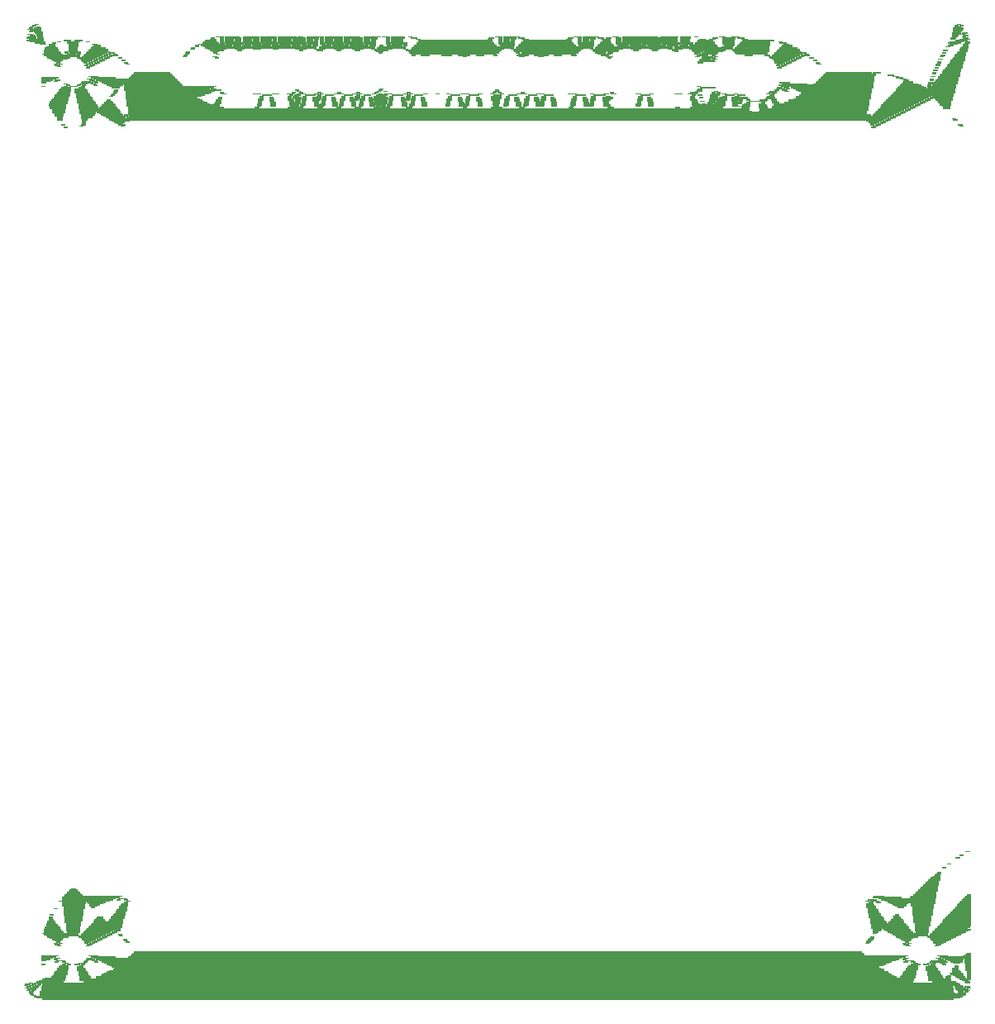
<source format=gto>
%MOIN*%
%OFA0B0*%
%FSLAX36Y36*%
%IPPOS*%
%LPD*%
%ADD10R,0.0024992781413612566X0.0049962017766497467*%
D10*
X000075017Y000007494D02*
X003748917Y000007494D01*
X000050024Y000012490D02*
X003763912Y000012490D01*
X003758953Y000012490D02*
X003773909Y000012490D01*
X000040027Y000017486D02*
X000059982Y000017486D01*
X000060021Y000017486D02*
X003763912Y000017486D01*
X003758953Y000017486D02*
X003773909Y000017486D01*
X003768950Y000017486D02*
X003783907Y000017486D01*
X000030030Y000022482D02*
X000049985Y000022482D01*
X000065020Y000022482D02*
X003753915Y000022482D01*
X003748956Y000022482D02*
X003763912Y000022482D01*
X003758953Y000022482D02*
X003773909Y000022482D01*
X003768950Y000022482D02*
X003783907Y000022482D01*
X003778947Y000022482D02*
X003793904Y000022482D01*
X000025031Y000027479D02*
X000039988Y000027479D01*
X000065020Y000027479D02*
X003753915Y000027479D01*
X003758953Y000027479D02*
X003773909Y000027479D01*
X003768950Y000027479D02*
X003783907Y000027479D01*
X003783946Y000027479D02*
X003798902Y000027479D01*
X000020033Y000032475D02*
X000034989Y000032475D01*
X000065020Y000032475D02*
X003753915Y000032475D01*
X003768950Y000032475D02*
X003788905Y000032475D01*
X003783946Y000032475D02*
X003798902Y000032475D01*
X000020033Y000037471D02*
X000039988Y000037471D01*
X000065020Y000037471D02*
X003748917Y000037471D01*
X003768950Y000037471D02*
X003788905Y000037471D01*
X003793943Y000037471D02*
X003808899Y000037471D01*
X000010036Y000042467D02*
X000024992Y000042467D01*
X000030030Y000042467D02*
X000044987Y000042467D01*
X000070018Y000042467D02*
X003748917Y000042467D01*
X003763951Y000042467D02*
X003783907Y000042467D01*
X003783946Y000042467D02*
X003798902Y000042467D01*
X003798941Y000042467D02*
X003813898Y000042467D01*
X000015034Y000047463D02*
X000034989Y000047463D01*
X000035028Y000047463D02*
X000049985Y000047463D01*
X000070018Y000047463D02*
X003748917Y000047463D01*
X003758953Y000047463D02*
X003778908Y000047463D01*
X003778947Y000047463D02*
X003808899Y000047463D01*
X000005037Y000052460D02*
X000019994Y000052460D01*
X000025031Y000052460D02*
X000044987Y000052460D01*
X000040027Y000052460D02*
X000054984Y000052460D01*
X000070018Y000052460D02*
X003748917Y000052460D01*
X003758953Y000052460D02*
X003773909Y000052460D01*
X003768950Y000052460D02*
X003798902Y000052460D01*
X003803940Y000052460D02*
X003818897Y000052460D01*
X000010036Y000057456D02*
X000029991Y000057456D01*
X000035028Y000057456D02*
X000059982Y000057456D01*
X000070018Y000057456D02*
X003743918Y000057456D01*
X003753954Y000057456D02*
X003768911Y000057456D01*
X003763951Y000057456D02*
X003788905Y000057456D01*
X003793943Y000057456D02*
X003813898Y000057456D01*
X000000039Y000062452D02*
X000014995Y000062452D01*
X000020033Y000062452D02*
X000039988Y000062452D01*
X000045026Y000062452D02*
X000064981Y000062452D01*
X000075017Y000062452D02*
X003743918Y000062452D01*
X003748956Y000062452D02*
X003763912Y000062452D01*
X003758953Y000062452D02*
X003783907Y000062452D01*
X000005037Y000067448D02*
X000024992Y000067448D01*
X000030030Y000067448D02*
X000049985Y000067448D01*
X000055023Y000067448D02*
X000069979Y000067448D01*
X000075017Y000067448D02*
X003743918Y000067448D01*
X003748956Y000067448D02*
X003773909Y000067448D01*
X000020033Y000072444D02*
X000034989Y000072444D01*
X000040027Y000072444D02*
X000059982Y000072444D01*
X000060021Y000072444D02*
X000074978Y000072444D01*
X000075017Y000072444D02*
X003743918Y000072444D01*
X003743957Y000072444D02*
X003768911Y000072444D01*
X003798941Y000072444D02*
X003813898Y000072444D01*
X000050024Y000077441D02*
X000069979Y000077441D01*
X000065020Y000077441D02*
X000079976Y000077441D01*
X000075017Y000077441D02*
X000159953Y000077441D01*
X000239969Y000077441D02*
X003583964Y000077441D01*
X003663980Y000077441D02*
X003743918Y000077441D01*
X003743957Y000077441D02*
X003758914Y000077441D01*
X003793943Y000077441D02*
X003813898Y000077441D01*
X000060021Y000082437D02*
X000084975Y000082437D01*
X000080015Y000082437D02*
X000139959Y000082437D01*
X000135000Y000082437D02*
X000164952Y000082437D01*
X000224974Y000082437D02*
X000259924Y000082437D01*
X000259963Y000082437D02*
X003563970Y000082437D01*
X003559011Y000082437D02*
X003588963Y000082437D01*
X003648985Y000082437D02*
X003683935Y000082437D01*
X003683975Y000082437D02*
X003738920Y000082437D01*
X003783946Y000082437D02*
X003808899Y000082437D01*
X000075017Y000087433D02*
X000119965Y000087433D01*
X000115005Y000087433D02*
X000164952Y000087433D01*
X000224974Y000087433D02*
X000274920Y000087433D01*
X000274959Y000087433D02*
X003543976Y000087433D01*
X003539016Y000087433D02*
X003588963Y000087433D01*
X003648985Y000087433D02*
X003703930Y000087433D01*
X003703969Y000087433D02*
X003738920Y000087433D01*
X003773949Y000087433D02*
X003803901Y000087433D01*
X003803940Y000087433D02*
X003818897Y000087433D01*
X000085014Y000092429D02*
X000104969Y000092429D01*
X000105008Y000092429D02*
X000169950Y000092429D01*
X000224974Y000092429D02*
X000269922Y000092429D01*
X000289955Y000092429D02*
X003528980Y000092429D01*
X003529019Y000092429D02*
X003593961Y000092429D01*
X003648985Y000092429D02*
X003708928Y000092429D01*
X003718964Y000092429D02*
X003733921Y000092429D01*
X003763951Y000092429D02*
X003798902Y000092429D01*
X003803940Y000092429D02*
X003818897Y000092429D01*
X000110007Y000097425D02*
X000169950Y000097425D01*
X000224974Y000097425D02*
X000269922Y000097425D01*
X000289955Y000097425D02*
X000304911Y000097425D01*
X000299952Y000097425D02*
X003518983Y000097425D01*
X003534018Y000097425D02*
X003593961Y000097425D01*
X003648985Y000097425D02*
X003703930Y000097425D01*
X003718964Y000097425D02*
X003738920Y000097425D01*
X003758953Y000097425D02*
X003793904Y000097425D01*
X003803940Y000097425D02*
X003818897Y000097425D01*
X000115005Y000102422D02*
X000169950Y000102422D01*
X000219975Y000102422D02*
X000264923Y000102422D01*
X000309949Y000102422D02*
X003508986Y000102422D01*
X003539016Y000102422D02*
X003593961Y000102422D01*
X003643986Y000102422D02*
X003703930Y000102422D01*
X003723963Y000102422D02*
X003738920Y000102422D01*
X003748956Y000102422D02*
X003788905Y000102422D01*
X003803940Y000102422D02*
X003818897Y000102422D01*
X000120004Y000107418D02*
X000174949Y000107418D01*
X000219975Y000107418D02*
X000259924Y000107418D01*
X000314948Y000107418D02*
X000329904Y000107418D01*
X000324945Y000107418D02*
X003498989Y000107418D01*
X003544015Y000107418D02*
X003598960Y000107418D01*
X003643986Y000107418D02*
X003698931Y000107418D01*
X003738959Y000107418D02*
X003788905Y000107418D01*
X003803940Y000107418D02*
X003818897Y000107418D01*
X000120004Y000112414D02*
X000174949Y000112414D01*
X000219975Y000112414D02*
X000259924Y000112414D01*
X000324945Y000112414D02*
X000339901Y000112414D01*
X000334942Y000112414D02*
X003488992Y000112414D01*
X003544015Y000112414D02*
X003598960Y000112414D01*
X003643986Y000112414D02*
X003693933Y000112414D01*
X003733960Y000112414D02*
X003783907Y000112414D01*
X003803940Y000112414D02*
X003818897Y000112414D01*
X000125002Y000117410D02*
X000174949Y000117410D01*
X000219975Y000117410D02*
X000254926Y000117410D01*
X000334942Y000117410D02*
X000349898Y000117410D01*
X000344939Y000117410D02*
X003483993Y000117410D01*
X003549014Y000117410D02*
X003598960Y000117410D01*
X003643986Y000117410D02*
X003693933Y000117410D01*
X003743957Y000117410D02*
X003778908Y000117410D01*
X003803940Y000117410D02*
X003818897Y000117410D01*
X000130001Y000122406D02*
X000174949Y000122406D01*
X000214976Y000122406D02*
X000249927Y000122406D01*
X000344939Y000122406D02*
X003468998Y000122406D01*
X003554012Y000122406D02*
X003598960Y000122406D01*
X003638988Y000122406D02*
X003688934Y000122406D01*
X003743957Y000122406D02*
X003773909Y000122406D01*
X003798941Y000122406D02*
X003818897Y000122406D01*
X000135000Y000127403D02*
X000179948Y000127403D01*
X000214976Y000127403D02*
X000249927Y000127403D01*
X000359935Y000127403D02*
X003468998Y000127403D01*
X003559011Y000127403D02*
X003603959Y000127403D01*
X003638988Y000127403D02*
X003683935Y000127403D01*
X003743957Y000127403D02*
X003768911Y000127403D01*
X003798941Y000127403D02*
X003818897Y000127403D01*
X000135000Y000132399D02*
X000179948Y000132399D01*
X000214976Y000132399D02*
X000244929Y000132399D01*
X000364933Y000132399D02*
X003454002Y000132399D01*
X003559011Y000132399D02*
X003603959Y000132399D01*
X003638988Y000132399D02*
X003683935Y000132399D01*
X003743957Y000132399D02*
X003758914Y000132399D01*
X003753954Y000132399D02*
X003768911Y000132399D01*
X003798941Y000132399D02*
X003818897Y000132399D01*
X000139998Y000137395D02*
X000179948Y000137395D01*
X000214976Y000137395D02*
X000239930Y000137395D01*
X000354936Y000137395D02*
X000379890Y000137395D01*
X000374930Y000137395D02*
X003449003Y000137395D01*
X003564009Y000137395D02*
X003603959Y000137395D01*
X003638988Y000137395D02*
X003678937Y000137395D01*
X003753954Y000137395D02*
X003768911Y000137395D01*
X003798941Y000137395D02*
X003818897Y000137395D01*
X000144997Y000142391D02*
X000169950Y000142391D01*
X000164991Y000142391D02*
X000179948Y000142391D01*
X000224974Y000142391D02*
X000239930Y000142391D01*
X000344939Y000142391D02*
X000384888Y000142391D01*
X000379929Y000142391D02*
X003439006Y000142391D01*
X003434047Y000142391D02*
X003463999Y000142391D01*
X003569008Y000142391D02*
X003593961Y000142391D01*
X003589002Y000142391D02*
X003603959Y000142391D01*
X003648985Y000142391D02*
X003673938Y000142391D01*
X003753954Y000142391D02*
X003768911Y000142391D01*
X003798941Y000142391D02*
X003818897Y000142391D01*
X000070018Y000147387D02*
X000084975Y000147387D01*
X000154994Y000147387D02*
X000169950Y000147387D01*
X000174988Y000147387D02*
X000189945Y000147387D01*
X000204979Y000147387D02*
X000224935Y000147387D01*
X000229972Y000147387D02*
X000244929Y000147387D01*
X000334942Y000147387D02*
X000394885Y000147387D01*
X000389926Y000147387D02*
X003473996Y000147387D01*
X003579005Y000147387D02*
X003593961Y000147387D01*
X003598999Y000147387D02*
X003613956Y000147387D01*
X003628990Y000147387D02*
X003648946Y000147387D01*
X003658982Y000147387D02*
X003673938Y000147387D01*
X003703969Y000147387D02*
X003718925Y000147387D01*
X003798941Y000147387D02*
X003818897Y000147387D01*
X000164991Y000152384D02*
X000179948Y000152384D01*
X000219975Y000152384D02*
X000234932Y000152384D01*
X000234971Y000152384D02*
X000249927Y000152384D01*
X000324945Y000152384D02*
X003424011Y000152384D01*
X003419051Y000152384D02*
X003488992Y000152384D01*
X003589002Y000152384D02*
X003603959Y000152384D01*
X003643986Y000152384D02*
X003658943Y000152384D01*
X003663980Y000152384D02*
X003678937Y000152384D01*
X003693972Y000152384D02*
X003713927Y000152384D01*
X003748956Y000152384D02*
X003773909Y000152384D01*
X003793943Y000152384D02*
X003818897Y000152384D01*
X000125002Y000157380D02*
X000139959Y000157380D01*
X000154994Y000157380D02*
X000169950Y000157380D01*
X000239969Y000157380D02*
X000254926Y000157380D01*
X000284956Y000157380D02*
X000299913Y000157380D01*
X000314948Y000157380D02*
X000404883Y000157380D01*
X000399923Y000157380D02*
X003498989Y000157380D01*
X003549014Y000157380D02*
X003563970Y000157380D01*
X003579005Y000157380D02*
X003593961Y000157380D01*
X003653983Y000157380D02*
X003668940Y000157380D01*
X003668979Y000157380D02*
X003683935Y000157380D01*
X003683975Y000157380D02*
X003703930Y000157380D01*
X003708967Y000157380D02*
X003723924Y000157380D01*
X003738959Y000157380D02*
X003783907Y000157380D01*
X003793943Y000157380D02*
X003818897Y000157380D01*
X000070018Y000162376D02*
X000089974Y000162376D01*
X000130001Y000162376D02*
X000149956Y000162376D01*
X000149995Y000162376D02*
X000164952Y000162376D01*
X000244968Y000162376D02*
X000259924Y000162376D01*
X000274959Y000162376D02*
X000294914Y000162376D01*
X000304950Y000162376D02*
X003414013Y000162376D01*
X003409054Y000162376D02*
X003513985Y000162376D01*
X003554012Y000162376D02*
X003573967Y000162376D01*
X003574006Y000162376D02*
X003588963Y000162376D01*
X003658982Y000162376D02*
X003673938Y000162376D01*
X003673977Y000162376D02*
X003693933Y000162376D01*
X003698970Y000162376D02*
X003718925Y000162376D01*
X003728962Y000162376D02*
X003783907Y000162376D01*
X003793943Y000162376D02*
X003818897Y000162376D01*
X000070018Y000167372D02*
X000104969Y000167372D01*
X000120004Y000167372D02*
X000134961Y000167372D01*
X000249966Y000167372D02*
X000264923Y000167372D01*
X000264962Y000167372D02*
X000284917Y000167372D01*
X000289955Y000167372D02*
X003409015Y000167372D01*
X003404055Y000167372D02*
X003528980Y000167372D01*
X003544015Y000167372D02*
X003558972Y000167372D01*
X003688973Y000167372D02*
X003708928Y000167372D01*
X003713966Y000167372D02*
X003788905Y000167372D01*
X003793943Y000167372D02*
X003818897Y000167372D01*
X000070018Y000172368D02*
X000114966Y000172368D01*
X000125002Y000172368D02*
X000144958Y000172368D01*
X000254965Y000172368D02*
X000274920Y000172368D01*
X000279958Y000172368D02*
X003404016Y000172368D01*
X003399057Y000172368D02*
X003538977Y000172368D01*
X003549014Y000172368D02*
X003568969Y000172368D01*
X003678976Y000172368D02*
X003698931Y000172368D01*
X003703969Y000172368D02*
X003793904Y000172368D01*
X003793943Y000172368D02*
X003818897Y000172368D01*
X000070018Y000177365D02*
X000129962Y000177365D01*
X000269961Y000177365D02*
X000369893Y000177365D01*
X000419917Y000177365D02*
X003399018Y000177365D01*
X003394058Y000177365D02*
X003553973Y000177365D01*
X003693972Y000177365D02*
X003798902Y000177365D01*
X003793943Y000177365D02*
X003818897Y000177365D01*
X000070018Y000182361D02*
X000139959Y000182361D01*
X000259963Y000182361D02*
X000299913Y000182361D01*
X000429914Y000182361D02*
X003394019Y000182361D01*
X003394058Y000182361D02*
X003563970Y000182361D01*
X003683975Y000182361D02*
X003723924Y000182361D01*
X003788944Y000182361D02*
X003818897Y000182361D01*
X000434913Y000187357D02*
X003389021Y000187357D01*
X003798941Y000187357D02*
X003818897Y000187357D01*
X000439912Y000192353D02*
X003384022Y000192353D01*
X003803940Y000192353D02*
X003818897Y000192353D01*
X000444910Y000197349D02*
X003379024Y000197349D01*
X000135000Y000222330D02*
X000149956Y000222330D01*
X000249966Y000222330D02*
X000264923Y000222330D01*
X003559011Y000222330D02*
X003573967Y000222330D01*
X003673977Y000222330D02*
X003688934Y000222330D01*
X000125002Y000227327D02*
X000144958Y000227327D01*
X000254965Y000227327D02*
X000274920Y000227327D01*
X003549014Y000227327D02*
X003568969Y000227327D01*
X003678976Y000227327D02*
X003698931Y000227327D01*
X000120004Y000232323D02*
X000134961Y000232323D01*
X000139998Y000232323D02*
X000154955Y000232323D01*
X000244968Y000232323D02*
X000259924Y000232323D01*
X000264962Y000232323D02*
X000284917Y000232323D01*
X003394058Y000232323D02*
X003409015Y000232323D01*
X003544015Y000232323D02*
X003558972Y000232323D01*
X003564009Y000232323D02*
X003578966Y000232323D01*
X003668979Y000232323D02*
X003683935Y000232323D01*
X003688973Y000232323D02*
X003708928Y000232323D01*
X000130001Y000237319D02*
X000144958Y000237319D01*
X000244968Y000237319D02*
X000269922Y000237319D01*
X000274959Y000237319D02*
X000294914Y000237319D01*
X000409920Y000237319D02*
X000424877Y000237319D01*
X003399057Y000237319D02*
X003414013Y000237319D01*
X003554012Y000237319D02*
X003568969Y000237319D01*
X003668979Y000237319D02*
X003693933Y000237319D01*
X003698970Y000237319D02*
X003718925Y000237319D01*
X000125002Y000242315D02*
X000149956Y000242315D01*
X000239969Y000242315D02*
X000279919Y000242315D01*
X000284956Y000242315D02*
X000304911Y000242315D01*
X000404922Y000242315D02*
X000419878Y000242315D01*
X003399057Y000242315D02*
X003419012Y000242315D01*
X003549014Y000242315D02*
X003573967Y000242315D01*
X003663980Y000242315D02*
X003703930Y000242315D01*
X003708967Y000242315D02*
X003728922Y000242315D01*
X000115005Y000247311D02*
X000154955Y000247311D01*
X000234971Y000247311D02*
X000289916Y000247311D01*
X000294953Y000247311D02*
X000314909Y000247311D01*
X000399923Y000247311D02*
X000414880Y000247311D01*
X003404055Y000247311D02*
X003424011Y000247311D01*
X003539016Y000247311D02*
X003578966Y000247311D01*
X003658982Y000247311D02*
X003713927Y000247311D01*
X003718964Y000247311D02*
X003738920Y000247311D01*
X000105008Y000252308D02*
X000159953Y000252308D01*
X000229972Y000252308D02*
X000299913Y000252308D01*
X000304950Y000252308D02*
X000324906Y000252308D01*
X003409054Y000252308D02*
X003429009Y000252308D01*
X003529019Y000252308D02*
X003583964Y000252308D01*
X003653983Y000252308D02*
X003723924Y000252308D01*
X003728962Y000252308D02*
X003748917Y000252308D01*
X000095011Y000257304D02*
X000164952Y000257304D01*
X000164991Y000257304D02*
X000179948Y000257304D01*
X000219975Y000257304D02*
X000309910Y000257304D01*
X000314948Y000257304D02*
X000334903Y000257304D01*
X003414052Y000257304D02*
X003429009Y000257304D01*
X003519022Y000257304D02*
X003588963Y000257304D01*
X003589002Y000257304D02*
X003603959Y000257304D01*
X003643986Y000257304D02*
X003733921Y000257304D01*
X003738959Y000257304D02*
X003758914Y000257304D01*
X000090013Y000262300D02*
X000169950Y000262300D01*
X000164991Y000262300D02*
X000179948Y000262300D01*
X000174988Y000262300D02*
X000199942Y000262300D01*
X000199981Y000262300D02*
X000229933Y000262300D01*
X000224974Y000262300D02*
X000319907Y000262300D01*
X000324945Y000262300D02*
X000344900Y000262300D01*
X000384927Y000262300D02*
X000399884Y000262300D01*
X003514024Y000262300D02*
X003593961Y000262300D01*
X003589002Y000262300D02*
X003603959Y000262300D01*
X003598999Y000262300D02*
X003623953Y000262300D01*
X003623992Y000262300D02*
X003653944Y000262300D01*
X003648985Y000262300D02*
X003743918Y000262300D01*
X003748956Y000262300D02*
X003768911Y000262300D01*
X000080015Y000267296D02*
X000169950Y000267296D01*
X000164991Y000267296D02*
X000179948Y000267296D01*
X000174988Y000267296D02*
X000219936Y000267296D01*
X000229972Y000267296D02*
X000329904Y000267296D01*
X000334942Y000267296D02*
X000354897Y000267296D01*
X000379929Y000267296D02*
X000394885Y000267296D01*
X003504027Y000267296D02*
X003593961Y000267296D01*
X003589002Y000267296D02*
X003603959Y000267296D01*
X003598999Y000267296D02*
X003643947Y000267296D01*
X003653983Y000267296D02*
X003753915Y000267296D01*
X003758953Y000267296D02*
X003778908Y000267296D01*
X000075017Y000272292D02*
X000164952Y000272292D01*
X000164991Y000272292D02*
X000179948Y000272292D01*
X000174988Y000272292D02*
X000219936Y000272292D01*
X000234971Y000272292D02*
X000339901Y000272292D01*
X000344939Y000272292D02*
X000364894Y000272292D01*
X003424050Y000272292D02*
X003439006Y000272292D01*
X003494029Y000272292D02*
X003588963Y000272292D01*
X003589002Y000272292D02*
X003603959Y000272292D01*
X003598999Y000272292D02*
X003643947Y000272292D01*
X003658982Y000272292D02*
X003763912Y000272292D01*
X003768950Y000272292D02*
X003788905Y000272292D01*
X000080015Y000277289D02*
X000159953Y000277289D01*
X000174988Y000277289D02*
X000224935Y000277289D01*
X000239969Y000277289D02*
X000349898Y000277289D01*
X000354936Y000277289D02*
X000374891Y000277289D01*
X003424050Y000277289D02*
X003444005Y000277289D01*
X003484032Y000277289D02*
X003583964Y000277289D01*
X003598999Y000277289D02*
X003648946Y000277289D01*
X003663980Y000277289D02*
X003773909Y000277289D01*
X003778947Y000277289D02*
X003798902Y000277289D01*
X000080015Y000282285D02*
X000154955Y000282285D01*
X000169989Y000282285D02*
X000224935Y000282285D01*
X000244968Y000282285D02*
X000359896Y000282285D01*
X000364933Y000282285D02*
X000389887Y000282285D01*
X003424050Y000282285D02*
X003454002Y000282285D01*
X003479034Y000282285D02*
X003578966Y000282285D01*
X003594001Y000282285D02*
X003648946Y000282285D01*
X003668979Y000282285D02*
X003783907Y000282285D01*
X003788944Y000282285D02*
X003808899Y000282285D01*
X000080015Y000287281D02*
X000149956Y000287281D01*
X000169989Y000287281D02*
X000224935Y000287281D01*
X000249966Y000287281D02*
X000389887Y000287281D01*
X003424050Y000287281D02*
X003459000Y000287281D01*
X003469037Y000287281D02*
X003573967Y000287281D01*
X003594001Y000287281D02*
X003648946Y000287281D01*
X003673977Y000287281D02*
X003793904Y000287281D01*
X003798941Y000287281D02*
X003818897Y000287281D01*
X000085014Y000292277D02*
X000144958Y000292277D01*
X000169989Y000292277D02*
X000224935Y000292277D01*
X000254965Y000292277D02*
X000359896Y000292277D01*
X000354936Y000292277D02*
X000389887Y000292277D01*
X003419051Y000292277D02*
X003463999Y000292277D01*
X003464038Y000292277D02*
X003568969Y000292277D01*
X003594001Y000292277D02*
X003648946Y000292277D01*
X003678976Y000292277D02*
X003803901Y000292277D01*
X000085014Y000297274D02*
X000144958Y000297274D01*
X000169989Y000297274D02*
X000224935Y000297274D01*
X000259963Y000297274D02*
X000354897Y000297274D01*
X000349937Y000297274D02*
X000394885Y000297274D01*
X003419051Y000297274D02*
X003468998Y000297274D01*
X003469037Y000297274D02*
X003568969Y000297274D01*
X003594001Y000297274D02*
X003648946Y000297274D01*
X003683975Y000297274D02*
X003813898Y000297274D01*
X000090013Y000302270D02*
X000139959Y000302270D01*
X000169989Y000302270D02*
X000229933Y000302270D01*
X000264962Y000302270D02*
X000349898Y000302270D01*
X000344939Y000302270D02*
X000394885Y000302270D01*
X003419051Y000302270D02*
X003478995Y000302270D01*
X003474035Y000302270D02*
X003563970Y000302270D01*
X003594001Y000302270D02*
X003653944Y000302270D01*
X003688973Y000302270D02*
X003818897Y000302270D01*
X000090013Y000307266D02*
X000134961Y000307266D01*
X000169989Y000307266D02*
X000229933Y000307266D01*
X000269961Y000307266D02*
X000344900Y000307266D01*
X000339940Y000307266D02*
X000394885Y000307266D01*
X003419051Y000307266D02*
X003483993Y000307266D01*
X003479034Y000307266D02*
X003558972Y000307266D01*
X003594001Y000307266D02*
X003653944Y000307266D01*
X003693972Y000307266D02*
X003818897Y000307266D01*
X000090013Y000312262D02*
X000129962Y000312262D01*
X000169989Y000312262D02*
X000229933Y000312262D01*
X000274959Y000312262D02*
X000339901Y000312262D01*
X000334942Y000312262D02*
X000399884Y000312262D01*
X003414052Y000312262D02*
X003478995Y000312262D01*
X003474035Y000312262D02*
X003488992Y000312262D01*
X003484032Y000312262D02*
X003553973Y000312262D01*
X003594001Y000312262D02*
X003653944Y000312262D01*
X003698970Y000312262D02*
X003818897Y000312262D01*
X000095011Y000317258D02*
X000124963Y000317258D01*
X000164991Y000317258D02*
X000229933Y000317258D01*
X000279958Y000317258D02*
X000334903Y000317258D01*
X000334942Y000317258D02*
X000399884Y000317258D01*
X003414052Y000317258D02*
X003478995Y000317258D01*
X003489031Y000317258D02*
X003548974Y000317258D01*
X003589002Y000317258D02*
X003653944Y000317258D01*
X003703969Y000317258D02*
X003818897Y000317258D01*
X000095011Y000322255D02*
X000124963Y000322255D01*
X000164991Y000322255D02*
X000234932Y000322255D01*
X000279958Y000322255D02*
X000329904Y000322255D01*
X000339940Y000322255D02*
X000399884Y000322255D01*
X003414052Y000322255D02*
X003473996Y000322255D01*
X003494029Y000322255D02*
X003548974Y000322255D01*
X003589002Y000322255D02*
X003658943Y000322255D01*
X003703969Y000322255D02*
X003818897Y000322255D01*
X000100010Y000327251D02*
X000119965Y000327251D01*
X000164991Y000327251D02*
X000234932Y000327251D01*
X000284956Y000327251D02*
X000324906Y000327251D01*
X000344939Y000327251D02*
X000399884Y000327251D01*
X003414052Y000327251D02*
X003468998Y000327251D01*
X003499028Y000327251D02*
X003543976Y000327251D01*
X003589002Y000327251D02*
X003658943Y000327251D01*
X003708967Y000327251D02*
X003818897Y000327251D01*
X000100010Y000332247D02*
X000114966Y000332247D01*
X000164991Y000332247D02*
X000234932Y000332247D01*
X000289955Y000332247D02*
X000319907Y000332247D01*
X000349937Y000332247D02*
X000404883Y000332247D01*
X003414052Y000332247D02*
X003468998Y000332247D01*
X003504027Y000332247D02*
X003538977Y000332247D01*
X003589002Y000332247D02*
X003658943Y000332247D01*
X003713966Y000332247D02*
X003818897Y000332247D01*
X000100010Y000337243D02*
X000114966Y000337243D01*
X000164991Y000337243D02*
X000234932Y000337243D01*
X000294953Y000337243D02*
X000319907Y000337243D01*
X000349937Y000337243D02*
X000404883Y000337243D01*
X003409054Y000337243D02*
X003463999Y000337243D01*
X003509025Y000337243D02*
X003533979Y000337243D01*
X003589002Y000337243D02*
X003658943Y000337243D01*
X003718964Y000337243D02*
X003818897Y000337243D01*
X000164991Y000342239D02*
X000234932Y000342239D01*
X000354936Y000342239D02*
X000404883Y000342239D01*
X003409054Y000342239D02*
X003459000Y000342239D01*
X003504027Y000342239D02*
X003528980Y000342239D01*
X003589002Y000342239D02*
X003658943Y000342239D01*
X003723963Y000342239D02*
X003818897Y000342239D01*
X000105008Y000347236D02*
X000119965Y000347236D01*
X000159992Y000347236D02*
X000239930Y000347236D01*
X000359935Y000347236D02*
X000409881Y000347236D01*
X003409054Y000347236D02*
X003454002Y000347236D01*
X003514024Y000347236D02*
X003528980Y000347236D01*
X003584003Y000347236D02*
X003663941Y000347236D01*
X003728962Y000347236D02*
X003818897Y000347236D01*
X000159992Y000352232D02*
X000239930Y000352232D01*
X000364933Y000352232D02*
X000409881Y000352232D01*
X003409054Y000352232D02*
X003454002Y000352232D01*
X003584003Y000352232D02*
X003663941Y000352232D01*
X003733960Y000352232D02*
X003818897Y000352232D01*
X000159992Y000357228D02*
X000239930Y000357228D01*
X000369932Y000357228D02*
X000409881Y000357228D01*
X003404055Y000357228D02*
X003449003Y000357228D01*
X003584003Y000357228D02*
X003663941Y000357228D01*
X003738959Y000357228D02*
X003818897Y000357228D01*
X000159992Y000362224D02*
X000239930Y000362224D01*
X000369932Y000362224D02*
X000414880Y000362224D01*
X003404055Y000362224D02*
X003444005Y000362224D01*
X003584003Y000362224D02*
X003663941Y000362224D01*
X003743957Y000362224D02*
X003818897Y000362224D01*
X000159992Y000367220D02*
X000239930Y000367220D01*
X000374930Y000367220D02*
X000414880Y000367220D01*
X003404055Y000367220D02*
X003444005Y000367220D01*
X003584003Y000367220D02*
X003663941Y000367220D01*
X003748956Y000367220D02*
X003818897Y000367220D01*
X000120004Y000372217D02*
X000134961Y000372217D01*
X000159992Y000372217D02*
X000244929Y000372217D01*
X000379929Y000372217D02*
X000414880Y000372217D01*
X003404055Y000372217D02*
X003439006Y000372217D01*
X003584003Y000372217D02*
X003668940Y000372217D01*
X003753954Y000372217D02*
X003818897Y000372217D01*
X000159992Y000377213D02*
X000244929Y000377213D01*
X000269961Y000377213D02*
X000284917Y000377213D01*
X000384927Y000377213D02*
X000414880Y000377213D01*
X003399057Y000377213D02*
X003434008Y000377213D01*
X003524021Y000377213D02*
X003548974Y000377213D01*
X003584003Y000377213D02*
X003668940Y000377213D01*
X003758953Y000377213D02*
X003818897Y000377213D01*
X000154994Y000382209D02*
X000244929Y000382209D01*
X000264962Y000382209D02*
X000294914Y000382209D01*
X000384927Y000382209D02*
X000419878Y000382209D01*
X003399057Y000382209D02*
X003434008Y000382209D01*
X003514024Y000382209D02*
X003558972Y000382209D01*
X003579005Y000382209D02*
X003668940Y000382209D01*
X003763951Y000382209D02*
X003818897Y000382209D01*
X000154994Y000387205D02*
X000244929Y000387205D01*
X000264962Y000387205D02*
X000304911Y000387205D01*
X000389926Y000387205D02*
X000419878Y000387205D01*
X003399057Y000387205D02*
X003429009Y000387205D01*
X003504027Y000387205D02*
X003558972Y000387205D01*
X003579005Y000387205D02*
X003668940Y000387205D01*
X003763951Y000387205D02*
X003818897Y000387205D01*
X000154994Y000392201D02*
X000249927Y000392201D01*
X000259963Y000392201D02*
X000319907Y000392201D01*
X000394924Y000392201D02*
X000419878Y000392201D01*
X003399057Y000392201D02*
X003424011Y000392201D01*
X003494029Y000392201D02*
X003563970Y000392201D01*
X003579005Y000392201D02*
X003673938Y000392201D01*
X003768950Y000392201D02*
X003818897Y000392201D01*
X000154994Y000397198D02*
X000249927Y000397198D01*
X000254965Y000397198D02*
X000329904Y000397198D01*
X000404922Y000397198D02*
X000419878Y000397198D01*
X003409054Y000397198D02*
X003424011Y000397198D01*
X003439045Y000397198D02*
X003454002Y000397198D01*
X003484032Y000397198D02*
X003573967Y000397198D01*
X003579005Y000397198D02*
X003673938Y000397198D01*
X003773949Y000397198D02*
X003818897Y000397198D01*
X000139998Y000402194D02*
X000154955Y000402194D01*
X000154994Y000402194D02*
X000249927Y000402194D01*
X000244968Y000402194D02*
X000344900Y000402194D01*
X000414919Y000402194D02*
X000429875Y000402194D01*
X003394058Y000402194D02*
X003409015Y000402194D01*
X003414052Y000402194D02*
X003429009Y000402194D01*
X003429048Y000402194D02*
X003449003Y000402194D01*
X003474035Y000402194D02*
X003573967Y000402194D01*
X003579005Y000402194D02*
X003673938Y000402194D01*
X003778947Y000402194D02*
X003818897Y000402194D01*
X000154994Y000407190D02*
X000249927Y000407190D01*
X000244968Y000407190D02*
X000359896Y000407190D01*
X000374930Y000407190D02*
X000389887Y000407190D01*
X000404922Y000407190D02*
X000419878Y000407190D01*
X003404055Y000407190D02*
X003419012Y000407190D01*
X003419051Y000407190D02*
X003439006Y000407190D01*
X003459039Y000407190D02*
X003578966Y000407190D01*
X003579005Y000407190D02*
X003673938Y000407190D01*
X003783946Y000407190D02*
X003818897Y000407190D01*
X000154994Y000412186D02*
X000244929Y000412186D01*
X000239969Y000412186D02*
X000369893Y000412186D01*
X000379929Y000412186D02*
X000399884Y000412186D01*
X000399923Y000412186D02*
X000414880Y000412186D01*
X003449042Y000412186D02*
X003583964Y000412186D01*
X003579005Y000412186D02*
X003673938Y000412186D01*
X003788944Y000412186D02*
X003818897Y000412186D01*
X000154994Y000417182D02*
X000239930Y000417182D01*
X000234971Y000417182D02*
X000384888Y000417182D01*
X003424050Y000417182D02*
X003439006Y000417182D01*
X003439045Y000417182D02*
X003538977Y000417182D01*
X003574006Y000417182D02*
X003678937Y000417182D01*
X003793943Y000417182D02*
X003818897Y000417182D01*
X000159992Y000422179D02*
X000394885Y000422179D01*
X003429048Y000422179D02*
X003468998Y000422179D01*
X003579005Y000422179D02*
X003678937Y000422179D01*
X003798941Y000422179D02*
X003818897Y000422179D01*
X000164991Y000427175D02*
X000234932Y000427175D01*
X003589002Y000427175D02*
X003678937Y000427175D01*
X003803940Y000427175D02*
X003818897Y000427175D01*
X000169989Y000432171D02*
X000229933Y000432171D01*
X003594001Y000432171D02*
X003678937Y000432171D01*
X000174988Y000437167D02*
X000224935Y000437167D01*
X003598999Y000437167D02*
X003678937Y000437167D01*
X000179987Y000442163D02*
X000219936Y000442163D01*
X003603998Y000442163D02*
X003683935Y000442163D01*
X000184985Y000447160D02*
X000214937Y000447160D01*
X003608996Y000447160D02*
X003683935Y000447160D01*
X000189984Y000452156D02*
X000209939Y000452156D01*
X003613995Y000452156D02*
X003683935Y000452156D01*
X003618993Y000457152D02*
X003683935Y000457152D01*
X003623992Y000462148D02*
X003683935Y000462148D01*
X003628990Y000467144D02*
X003688934Y000467144D01*
X003633989Y000472141D02*
X003688934Y000472141D01*
X003638988Y000477137D02*
X003688934Y000477137D01*
X003643986Y000482133D02*
X003688934Y000482133D01*
X003648985Y000487129D02*
X003693933Y000487129D01*
X003653983Y000492125D02*
X003693933Y000492125D01*
X003658982Y000497122D02*
X003693933Y000497122D01*
X003668979Y000502118D02*
X003693933Y000502118D01*
X003673977Y000507114D02*
X003693933Y000507114D01*
X003678976Y000512110D02*
X003698931Y000512110D01*
X003683975Y000517106D02*
X003698931Y000517106D01*
X003703969Y000537091D02*
X003718925Y000537091D01*
X003723963Y000552080D02*
X003738920Y000552080D01*
X003758953Y000577061D02*
X003773909Y000577061D01*
X003773949Y000587053D02*
X003788905Y000587053D01*
X003798941Y000602042D02*
X003813898Y000602042D01*
X000159992Y003519824D02*
X000174949Y003519824D01*
X003419051Y003519824D02*
X003434008Y003519824D01*
X000224974Y003524820D02*
X000239930Y003524820D01*
X000389926Y003524820D02*
X000404883Y003524820D01*
X003424050Y003524820D02*
X003444005Y003524820D01*
X003773949Y003524820D02*
X003788905Y003524820D01*
X000149995Y003529816D02*
X000164952Y003529816D01*
X000229972Y003529816D02*
X000249927Y003529816D01*
X000379929Y003529816D02*
X000394885Y003529816D01*
X000394924Y003529816D02*
X000409881Y003529816D01*
X003414052Y003529816D02*
X003429009Y003529816D01*
X003434047Y003529816D02*
X003454002Y003529816D01*
X003768950Y003529816D02*
X003783907Y003529816D01*
X000234971Y003534812D02*
X000249927Y003534812D01*
X000374930Y003534812D02*
X000399884Y003534812D01*
X003414052Y003534812D02*
X003439006Y003534812D01*
X003444044Y003534812D02*
X003463999Y003534812D01*
X000234971Y003539808D02*
X000249927Y003539808D01*
X000364933Y003539808D02*
X000404883Y003539808D01*
X003409054Y003539808D02*
X003449003Y003539808D01*
X003454041Y003539808D02*
X003473996Y003539808D01*
X000234971Y003544805D02*
X000249927Y003544805D01*
X000354936Y003544805D02*
X000409881Y003544805D01*
X000409920Y003544805D02*
X000424877Y003544805D01*
X003399057Y003544805D02*
X003459000Y003544805D01*
X003464038Y003544805D02*
X003483993Y003544805D01*
X000135000Y003549801D02*
X000154955Y003549801D01*
X000234971Y003549801D02*
X000254926Y003549801D01*
X000344939Y003549801D02*
X000414880Y003549801D01*
X000409920Y003549801D02*
X000429875Y003549801D01*
X000424916Y003549801D02*
X003409015Y003549801D01*
X003404055Y003549801D02*
X003468998Y003549801D01*
X003474035Y003549801D02*
X003493990Y003549801D01*
X003748956Y003549801D02*
X003763912Y003549801D01*
X000135000Y003554797D02*
X000154955Y003554797D01*
X000229972Y003554797D02*
X000259924Y003554797D01*
X000339940Y003554797D02*
X000414880Y003554797D01*
X000409920Y003554797D02*
X000429875Y003554797D01*
X000424916Y003554797D02*
X003394019Y003554797D01*
X003394058Y003554797D02*
X003409015Y003554797D01*
X003409054Y003554797D02*
X003478995Y003554797D01*
X003484032Y003554797D02*
X003503987Y003554797D01*
X003743957Y003554797D02*
X003758914Y003554797D01*
X000135000Y003559793D02*
X000154955Y003559793D01*
X000229972Y003559793D02*
X000264923Y003559793D01*
X000259963Y003559793D02*
X000274920Y003559793D01*
X000329943Y003559793D02*
X000409881Y003559793D01*
X000414919Y003559793D02*
X000429875Y003559793D01*
X000424916Y003559793D02*
X003394019Y003559793D01*
X003399057Y003559793D02*
X003414013Y003559793D01*
X003414052Y003559793D02*
X003488992Y003559793D01*
X003494029Y003559793D02*
X003513985Y003559793D01*
X000125002Y003564789D02*
X000139959Y003564789D01*
X000135000Y003564789D02*
X000159953Y003564789D01*
X000229972Y003564789D02*
X000279919Y003564789D01*
X000319946Y003564789D02*
X000404883Y003564789D01*
X000404922Y003564789D02*
X000419878Y003564789D01*
X000424916Y003564789D02*
X003399018Y003564789D01*
X003399057Y003564789D02*
X003414013Y003564789D01*
X003419051Y003564789D02*
X003498989Y003564789D01*
X003504027Y003564789D02*
X003523982Y003564789D01*
X000125002Y003569786D02*
X000159953Y003569786D01*
X000229972Y003569786D02*
X000284917Y003569786D01*
X000309949Y003569786D02*
X000399884Y003569786D01*
X000404922Y003569786D02*
X000419878Y003569786D01*
X000419917Y003569786D02*
X003399018Y003569786D01*
X003399057Y003569786D02*
X003414013Y003569786D01*
X003424050Y003569786D02*
X003508986Y003569786D01*
X003514024Y003569786D02*
X003533979Y003569786D01*
X000120004Y003574782D02*
X000144958Y003574782D01*
X000139998Y003574782D02*
X000159953Y003574782D01*
X000224974Y003574782D02*
X000289916Y003574782D01*
X000304950Y003574782D02*
X000394885Y003574782D01*
X000419917Y003574782D02*
X003399018Y003574782D01*
X003429048Y003574782D02*
X003518983Y003574782D01*
X003524021Y003574782D02*
X003543976Y003574782D01*
X000115005Y003579778D02*
X000144958Y003579778D01*
X000139998Y003579778D02*
X000164952Y003579778D01*
X000224974Y003579778D02*
X000289916Y003579778D01*
X000294953Y003579778D02*
X000389887Y003579778D01*
X000419917Y003579778D02*
X003399018Y003579778D01*
X003434047Y003579778D02*
X003528980Y003579778D01*
X003534018Y003579778D02*
X003553973Y003579778D01*
X000115005Y003584774D02*
X000164952Y003584774D01*
X000224974Y003584774D02*
X000294914Y003584774D01*
X000289955Y003584774D02*
X000389887Y003584774D01*
X000419917Y003584774D02*
X002934152Y003584774D01*
X002964182Y003584774D02*
X003399018Y003584774D01*
X003439045Y003584774D02*
X003538977Y003584774D01*
X003544015Y003584774D02*
X003563970Y003584774D01*
X000115005Y003589770D02*
X000149956Y003589770D01*
X000144997Y003589770D02*
X000164952Y003589770D01*
X000224974Y003589770D02*
X000299913Y003589770D01*
X000294953Y003589770D02*
X000384888Y003589770D01*
X000419917Y003589770D02*
X002909159Y003589770D01*
X002904200Y003589770D02*
X002924155Y003589770D01*
X002969181Y003589770D02*
X002989136Y003589770D01*
X002989175Y003589770D02*
X003404016Y003589770D01*
X003444044Y003589770D02*
X003548974Y003589770D01*
X003554012Y003589770D02*
X003573967Y003589770D01*
X000105008Y003594767D02*
X000149956Y003594767D01*
X000144997Y003594767D02*
X000169950Y003594767D01*
X000219975Y003594767D02*
X000299913Y003594767D01*
X000299952Y003594767D02*
X000379890Y003594767D01*
X000419917Y003594767D02*
X002924155Y003594767D01*
X002969181Y003594767D02*
X003009130Y003594767D01*
X003004171Y003594767D02*
X003404016Y003594767D01*
X003449042Y003594767D02*
X003558972Y003594767D01*
X003564009Y003594767D02*
X003583964Y003594767D01*
X003708967Y003594767D02*
X003733921Y003594767D01*
X000105008Y003599763D02*
X000169950Y003599763D01*
X000219975Y003599763D02*
X000299913Y003599763D01*
X000304950Y003599763D02*
X000374891Y003599763D01*
X000419917Y003599763D02*
X000804767Y003599763D01*
X000929770Y003599763D02*
X000949725Y003599763D01*
X001064731Y003599763D02*
X001124675Y003599763D01*
X001184696Y003599763D02*
X001204652Y003599763D01*
X001259675Y003599763D02*
X001279630Y003599763D01*
X001334653Y003599763D02*
X001359607Y003599763D01*
X001409631Y003599763D02*
X001474574Y003599763D01*
X001539594Y003599763D02*
X001564548Y003599763D01*
X001769527Y003599763D02*
X001784484Y003599763D01*
X001884494Y003599763D02*
X001929442Y003599763D01*
X001999461Y003599763D02*
X002019416Y003599763D01*
X002199403Y003599763D02*
X002214360Y003599763D01*
X002354359Y003599763D02*
X002379312Y003599763D01*
X002629279Y003599763D02*
X002644236Y003599763D01*
X002689262Y003599763D02*
X002819185Y003599763D01*
X002894203Y003599763D02*
X002924155Y003599763D01*
X002964182Y003599763D02*
X002999133Y003599763D01*
X003019167Y003599763D02*
X003404016Y003599763D01*
X003454041Y003599763D02*
X003568969Y003599763D01*
X003574006Y003599763D02*
X003593961Y003599763D01*
X003708967Y003599763D02*
X003733921Y003599763D01*
X000100010Y003604759D02*
X000154955Y003604759D01*
X000149995Y003604759D02*
X000169950Y003604759D01*
X000219975Y003604759D02*
X000299913Y003604759D01*
X000309949Y003604759D02*
X000369893Y003604759D01*
X000414919Y003604759D02*
X000774776Y003604759D01*
X000769816Y003604759D02*
X000789771Y003604759D01*
X000939767Y003604759D02*
X000954724Y003604759D01*
X000994751Y003604759D02*
X001014706Y003604759D01*
X001074728Y003604759D02*
X001089685Y003604759D01*
X001089724Y003604759D02*
X001109679Y003604759D01*
X001114717Y003604759D02*
X001129673Y003604759D01*
X001169701Y003604759D02*
X001194654Y003604759D01*
X001194694Y003604759D02*
X001209650Y003604759D01*
X001244679Y003604759D02*
X001264634Y003604759D01*
X001269672Y003604759D02*
X001284628Y003604759D01*
X001319657Y003604759D02*
X001339613Y003604759D01*
X001349649Y003604759D02*
X001364605Y003604759D01*
X001394636Y003604759D02*
X001414591Y003604759D01*
X001419629Y003604759D02*
X001434585Y003604759D01*
X001439623Y003604759D02*
X001459578Y003604759D01*
X001464616Y003604759D02*
X001479572Y003604759D01*
X001524598Y003604759D02*
X001544553Y003604759D01*
X001554590Y003604759D02*
X001569546Y003604759D01*
X001604575Y003604759D02*
X001624530Y003604759D01*
X001699548Y003604759D02*
X001714504Y003604759D01*
X001754532Y003604759D02*
X001774487Y003604759D01*
X001774526Y003604759D02*
X001789483Y003604759D01*
X001829510Y003604759D02*
X001849465Y003604759D01*
X001894491Y003604759D02*
X001914447Y003604759D01*
X001934480Y003604759D02*
X001949436Y003604759D01*
X001984465Y003604759D02*
X002004421Y003604759D01*
X002014457Y003604759D02*
X002029413Y003604759D01*
X002064442Y003604759D02*
X002084397Y003604759D01*
X002079438Y003604759D02*
X002094395Y003604759D01*
X002129424Y003604759D02*
X002149379Y003604759D01*
X002204402Y003604759D02*
X002219358Y003604759D01*
X002259386Y003604759D02*
X002279341Y003604759D01*
X002279380Y003604759D02*
X002294337Y003604759D01*
X002339363Y003604759D02*
X002364317Y003604759D01*
X002469325Y003604759D02*
X002484282Y003604759D01*
X002519311Y003604759D02*
X002539266Y003604759D01*
X002699259Y003604759D02*
X002714216Y003604759D01*
X002719253Y003604759D02*
X002794192Y003604759D01*
X002789233Y003604759D02*
X002809188Y003604759D01*
X002804229Y003604759D02*
X002824184Y003604759D01*
X002859213Y003604759D02*
X002874169Y003604759D01*
X002874208Y003604759D02*
X002889165Y003604759D01*
X002894203Y003604759D02*
X002929153Y003604759D01*
X002964182Y003604759D02*
X002999133Y003604759D01*
X003019167Y003604759D02*
X003034123Y003604759D01*
X003029164Y003604759D02*
X003404016Y003604759D01*
X003459039Y003604759D02*
X003578966Y003604759D01*
X003584003Y003604759D02*
X003603959Y003604759D01*
X003703969Y003604759D02*
X003733921Y003604759D01*
X000100010Y003609755D02*
X000154955Y003609755D01*
X000149995Y003609755D02*
X000169950Y003609755D01*
X000219975Y003609755D02*
X000294914Y003609755D01*
X000314948Y003609755D02*
X000369893Y003609755D01*
X000414919Y003609755D02*
X000764779Y003609755D01*
X000759819Y003609755D02*
X000789771Y003609755D01*
X000939767Y003609755D02*
X000959722Y003609755D01*
X000994751Y003609755D02*
X001014706Y003609755D01*
X001069730Y003609755D02*
X001094683Y003609755D01*
X001089724Y003609755D02*
X001109679Y003609755D01*
X001114717Y003609755D02*
X001134672Y003609755D01*
X001169701Y003609755D02*
X001194654Y003609755D01*
X001194694Y003609755D02*
X001214649Y003609755D01*
X001244679Y003609755D02*
X001264634Y003609755D01*
X001269672Y003609755D02*
X001289627Y003609755D01*
X001319657Y003609755D02*
X001339613Y003609755D01*
X001349649Y003609755D02*
X001369604Y003609755D01*
X001394636Y003609755D02*
X001414591Y003609755D01*
X001414630Y003609755D02*
X001459578Y003609755D01*
X001464616Y003609755D02*
X001484571Y003609755D01*
X001524598Y003609755D02*
X001544553Y003609755D01*
X001554590Y003609755D02*
X001574545Y003609755D01*
X001604575Y003609755D02*
X001624530Y003609755D01*
X001699548Y003609755D02*
X001719503Y003609755D01*
X001754532Y003609755D02*
X001774487Y003609755D01*
X001774526Y003609755D02*
X001794481Y003609755D01*
X001829510Y003609755D02*
X001849465Y003609755D01*
X001889493Y003609755D02*
X001914447Y003609755D01*
X001934480Y003609755D02*
X001954435Y003609755D01*
X001984465Y003609755D02*
X002004421Y003609755D01*
X002014457Y003609755D02*
X002034412Y003609755D01*
X002064442Y003609755D02*
X002084397Y003609755D01*
X002079438Y003609755D02*
X002099393Y003609755D01*
X002129424Y003609755D02*
X002149379Y003609755D01*
X002204402Y003609755D02*
X002224357Y003609755D01*
X002259386Y003609755D02*
X002279341Y003609755D01*
X002279380Y003609755D02*
X002299335Y003609755D01*
X002339363Y003609755D02*
X002364317Y003609755D01*
X002469325Y003609755D02*
X002489281Y003609755D01*
X002519311Y003609755D02*
X002539266Y003609755D01*
X002694260Y003609755D02*
X002724213Y003609755D01*
X002729250Y003609755D02*
X002784195Y003609755D01*
X002779236Y003609755D02*
X002809188Y003609755D01*
X002809227Y003609755D02*
X002829182Y003609755D01*
X002859213Y003609755D02*
X002879168Y003609755D01*
X002899201Y003609755D02*
X002929153Y003609755D01*
X002964182Y003609755D02*
X002994135Y003609755D01*
X003024165Y003609755D02*
X003049119Y003609755D01*
X003044159Y003609755D02*
X003409015Y003609755D01*
X003459039Y003609755D02*
X003588963Y003609755D01*
X003594001Y003609755D02*
X003613956Y003609755D01*
X003693972Y003609755D02*
X003738920Y003609755D01*
X000100010Y003614751D02*
X000154955Y003614751D01*
X000154994Y003614751D02*
X000174949Y003614751D01*
X000219975Y003614751D02*
X000289916Y003614751D01*
X000319946Y003614751D02*
X000364894Y003614751D01*
X000414919Y003614751D02*
X000749783Y003614751D01*
X000764818Y003614751D02*
X000794770Y003614751D01*
X000939767Y003614751D02*
X000959722Y003614751D01*
X000994751Y003614751D02*
X001014706Y003614751D01*
X001069730Y003614751D02*
X001094683Y003614751D01*
X001089724Y003614751D02*
X001114678Y003614751D01*
X001114717Y003614751D02*
X001134672Y003614751D01*
X001169701Y003614751D02*
X001189656Y003614751D01*
X001194694Y003614751D02*
X001214649Y003614751D01*
X001244679Y003614751D02*
X001264634Y003614751D01*
X001269672Y003614751D02*
X001289627Y003614751D01*
X001319657Y003614751D02*
X001339613Y003614751D01*
X001349649Y003614751D02*
X001369604Y003614751D01*
X001394636Y003614751D02*
X001414591Y003614751D01*
X001414630Y003614751D02*
X001464576Y003614751D01*
X001464616Y003614751D02*
X001484571Y003614751D01*
X001524598Y003614751D02*
X001544553Y003614751D01*
X001554590Y003614751D02*
X001574545Y003614751D01*
X001604575Y003614751D02*
X001624530Y003614751D01*
X001699548Y003614751D02*
X001719503Y003614751D01*
X001754532Y003614751D02*
X001774487Y003614751D01*
X001774526Y003614751D02*
X001794481Y003614751D01*
X001829510Y003614751D02*
X001849465Y003614751D01*
X001889493Y003614751D02*
X001919445Y003614751D01*
X001934480Y003614751D02*
X001954435Y003614751D01*
X001984465Y003614751D02*
X002004421Y003614751D01*
X002014457Y003614751D02*
X002034412Y003614751D01*
X002064442Y003614751D02*
X002084397Y003614751D01*
X002079438Y003614751D02*
X002099393Y003614751D01*
X002129424Y003614751D02*
X002149379Y003614751D01*
X002204402Y003614751D02*
X002224357Y003614751D01*
X002259386Y003614751D02*
X002279341Y003614751D01*
X002279380Y003614751D02*
X002299335Y003614751D01*
X002339363Y003614751D02*
X002359318Y003614751D01*
X002469325Y003614751D02*
X002489281Y003614751D01*
X002519311Y003614751D02*
X002539266Y003614751D01*
X002694260Y003614751D02*
X002724213Y003614751D01*
X002734249Y003614751D02*
X002749205Y003614751D01*
X002759242Y003614751D02*
X002779197Y003614751D01*
X002784234Y003614751D02*
X002814187Y003614751D01*
X002809227Y003614751D02*
X002829182Y003614751D01*
X002859213Y003614751D02*
X002879168Y003614751D01*
X002879207Y003614751D02*
X002894164Y003614751D01*
X002904200Y003614751D02*
X002929153Y003614751D01*
X002964182Y003614751D02*
X002989136Y003614751D01*
X003024165Y003614751D02*
X003044120Y003614751D01*
X003049158Y003614751D02*
X003064115Y003614751D01*
X003059155Y003614751D02*
X003409015Y003614751D01*
X003464038Y003614751D02*
X003598960Y003614751D01*
X003603998Y003614751D02*
X003623953Y003614751D01*
X003693972Y003614751D02*
X003738920Y003614751D01*
X000105008Y003619748D02*
X000159953Y003619748D01*
X000154994Y003619748D02*
X000174949Y003619748D01*
X000214976Y003619748D02*
X000239930Y003619748D01*
X000234971Y003619748D02*
X000289916Y003619748D01*
X000324945Y003619748D02*
X000359896Y003619748D01*
X000414919Y003619748D02*
X000739786Y003619748D01*
X000769816Y003619748D02*
X000794770Y003619748D01*
X000944766Y003619748D02*
X000959722Y003619748D01*
X000994751Y003619748D02*
X001014706Y003619748D01*
X001069730Y003619748D02*
X001094683Y003619748D01*
X001089724Y003619748D02*
X001114678Y003619748D01*
X001119715Y003619748D02*
X001134672Y003619748D01*
X001169701Y003619748D02*
X001189656Y003619748D01*
X001199692Y003619748D02*
X001214649Y003619748D01*
X001244679Y003619748D02*
X001264634Y003619748D01*
X001274670Y003619748D02*
X001289627Y003619748D01*
X001319657Y003619748D02*
X001339613Y003619748D01*
X001354647Y003619748D02*
X001369604Y003619748D01*
X001394636Y003619748D02*
X001414591Y003619748D01*
X001414630Y003619748D02*
X001464576Y003619748D01*
X001469614Y003619748D02*
X001484571Y003619748D01*
X001524598Y003619748D02*
X001544553Y003619748D01*
X001559588Y003619748D02*
X001574545Y003619748D01*
X001604575Y003619748D02*
X001624530Y003619748D01*
X001704546Y003619748D02*
X001719503Y003619748D01*
X001754532Y003619748D02*
X001774487Y003619748D01*
X001779525Y003619748D02*
X001794481Y003619748D01*
X001829510Y003619748D02*
X001849465Y003619748D01*
X001889493Y003619748D02*
X001919445Y003619748D01*
X001939478Y003619748D02*
X001954435Y003619748D01*
X001984465Y003619748D02*
X002004421Y003619748D01*
X002019455Y003619748D02*
X002034412Y003619748D01*
X002064442Y003619748D02*
X002084397Y003619748D01*
X002084437Y003619748D02*
X002099393Y003619748D01*
X002129424Y003619748D02*
X002149379Y003619748D01*
X002204402Y003619748D02*
X002224357Y003619748D01*
X002259386Y003619748D02*
X002279341Y003619748D01*
X002284379Y003619748D02*
X002299335Y003619748D01*
X002339363Y003619748D02*
X002359318Y003619748D01*
X002474324Y003619748D02*
X002489281Y003619748D01*
X002519311Y003619748D02*
X002539266Y003619748D01*
X002694260Y003619748D02*
X002719214Y003619748D01*
X002759242Y003619748D02*
X002784195Y003619748D01*
X002789233Y003619748D02*
X002814187Y003619748D01*
X002809227Y003619748D02*
X002829182Y003619748D01*
X002859213Y003619748D02*
X002879168Y003619748D01*
X002879207Y003619748D02*
X002894164Y003619748D01*
X002914197Y003619748D02*
X002929153Y003619748D01*
X002974180Y003619748D02*
X002989136Y003619748D01*
X003019167Y003619748D02*
X003044120Y003619748D01*
X003069152Y003619748D02*
X003409015Y003619748D01*
X003469037Y003619748D02*
X003608957Y003619748D01*
X003613995Y003619748D02*
X003633950Y003619748D01*
X003688973Y003619748D02*
X003738920Y003619748D01*
X000105008Y003624744D02*
X000159953Y003624744D01*
X000154994Y003624744D02*
X000174949Y003624744D01*
X000214976Y003624744D02*
X000284917Y003624744D01*
X000329943Y003624744D02*
X000354897Y003624744D01*
X000414919Y003624744D02*
X000724790Y003624744D01*
X000774815Y003624744D02*
X000794770Y003624744D01*
X000944766Y003624744D02*
X000959722Y003624744D01*
X000989753Y003624744D02*
X001009708Y003624744D01*
X001069730Y003624744D02*
X001089685Y003624744D01*
X001094722Y003624744D02*
X001114678Y003624744D01*
X001119715Y003624744D02*
X001134672Y003624744D01*
X001164702Y003624744D02*
X001189656Y003624744D01*
X001199692Y003624744D02*
X001214649Y003624744D01*
X001239681Y003624744D02*
X001259636Y003624744D01*
X001274670Y003624744D02*
X001289627Y003624744D01*
X001314659Y003624744D02*
X001334614Y003624744D01*
X001354647Y003624744D02*
X001369604Y003624744D01*
X001389637Y003624744D02*
X001409592Y003624744D01*
X001414630Y003624744D02*
X001444582Y003624744D01*
X001444621Y003624744D02*
X001464576Y003624744D01*
X001469614Y003624744D02*
X001484571Y003624744D01*
X001519600Y003624744D02*
X001539555Y003624744D01*
X001559588Y003624744D02*
X001574545Y003624744D01*
X001599577Y003624744D02*
X001619532Y003624744D01*
X001704546Y003624744D02*
X001719503Y003624744D01*
X001749533Y003624744D02*
X001769488Y003624744D01*
X001779525Y003624744D02*
X001794481Y003624744D01*
X001824512Y003624744D02*
X001844467Y003624744D01*
X001889493Y003624744D02*
X001919445Y003624744D01*
X001939478Y003624744D02*
X001954435Y003624744D01*
X001979467Y003624744D02*
X001999422Y003624744D01*
X002019455Y003624744D02*
X002034412Y003624744D01*
X002059444Y003624744D02*
X002084397Y003624744D01*
X002084437Y003624744D02*
X002099393Y003624744D01*
X002124425Y003624744D02*
X002144380Y003624744D01*
X002209400Y003624744D02*
X002224357Y003624744D01*
X002254387Y003624744D02*
X002274343Y003624744D01*
X002284379Y003624744D02*
X002299335Y003624744D01*
X002334364Y003624744D02*
X002359318Y003624744D01*
X002474324Y003624744D02*
X002489281Y003624744D01*
X002514312Y003624744D02*
X002534268Y003624744D01*
X002694260Y003624744D02*
X002714216Y003624744D01*
X002729250Y003624744D02*
X002744207Y003624744D01*
X002764240Y003624744D02*
X002789194Y003624744D01*
X002794232Y003624744D02*
X002814187Y003624744D01*
X002814226Y003624744D02*
X002829182Y003624744D01*
X002854214Y003624744D02*
X002879168Y003624744D01*
X002884206Y003624744D02*
X002899162Y003624744D01*
X002924194Y003624744D02*
X002974140Y003624744D01*
X002979178Y003624744D02*
X002994135Y003624744D01*
X003019167Y003624744D02*
X003039122Y003624744D01*
X003084148Y003624744D02*
X003409015Y003624744D01*
X003474035Y003624744D02*
X003618954Y003624744D01*
X003623992Y003624744D02*
X003643947Y003624744D01*
X003683975Y003624744D02*
X003738920Y003624744D01*
X000110007Y003629740D02*
X000159953Y003629740D01*
X000159992Y003629740D02*
X000179948Y003629740D01*
X000214976Y003629740D02*
X000279919Y003629740D01*
X000334942Y003629740D02*
X000349898Y003629740D01*
X000414919Y003629740D02*
X000719792Y003629740D01*
X000774815Y003629740D02*
X000794770Y003629740D01*
X000944766Y003629740D02*
X000964721Y003629740D01*
X000989753Y003629740D02*
X001009708Y003629740D01*
X001064731Y003629740D02*
X001089685Y003629740D01*
X001094722Y003629740D02*
X001114678Y003629740D01*
X001119715Y003629740D02*
X001139670Y003629740D01*
X001164702Y003629740D02*
X001184657Y003629740D01*
X001179698Y003629740D02*
X001194654Y003629740D01*
X001199692Y003629740D02*
X001219647Y003629740D01*
X001239681Y003629740D02*
X001259636Y003629740D01*
X001274670Y003629740D02*
X001294626Y003629740D01*
X001314659Y003629740D02*
X001334614Y003629740D01*
X001334653Y003629740D02*
X001349610Y003629740D01*
X001354647Y003629740D02*
X001374602Y003629740D01*
X001389637Y003629740D02*
X001409592Y003629740D01*
X001409631Y003629740D02*
X001444582Y003629740D01*
X001444621Y003629740D02*
X001464576Y003629740D01*
X001469614Y003629740D02*
X001489569Y003629740D01*
X001519600Y003629740D02*
X001539555Y003629740D01*
X001539594Y003629740D02*
X001554551Y003629740D01*
X001559588Y003629740D02*
X001579543Y003629740D01*
X001599577Y003629740D02*
X001619532Y003629740D01*
X001704546Y003629740D02*
X001724501Y003629740D01*
X001749533Y003629740D02*
X001769488Y003629740D01*
X001779525Y003629740D02*
X001799480Y003629740D01*
X001824512Y003629740D02*
X001844467Y003629740D01*
X001884494Y003629740D02*
X001919445Y003629740D01*
X001939478Y003629740D02*
X001959434Y003629740D01*
X001979467Y003629740D02*
X001999422Y003629740D01*
X002019455Y003629740D02*
X002039410Y003629740D01*
X002059444Y003629740D02*
X002079399Y003629740D01*
X002084437Y003629740D02*
X002104392Y003629740D01*
X002124425Y003629740D02*
X002144380Y003629740D01*
X002209400Y003629740D02*
X002229356Y003629740D01*
X002254387Y003629740D02*
X002274343Y003629740D01*
X002284379Y003629740D02*
X002304334Y003629740D01*
X002334364Y003629740D02*
X002354320Y003629740D01*
X002349360Y003629740D02*
X002364317Y003629740D01*
X002474324Y003629740D02*
X002494279Y003629740D01*
X002514312Y003629740D02*
X002534268Y003629740D01*
X002689262Y003629740D02*
X002714216Y003629740D01*
X002764240Y003629740D02*
X002794192Y003629740D01*
X002794232Y003629740D02*
X002814187Y003629740D01*
X002814226Y003629740D02*
X002834181Y003629740D01*
X002854214Y003629740D02*
X002884166Y003629740D01*
X002884206Y003629740D02*
X002899162Y003629740D01*
X002914197Y003629740D02*
X002929153Y003629740D01*
X002969181Y003629740D02*
X002984138Y003629740D01*
X002984177Y003629740D02*
X002999133Y003629740D01*
X003014168Y003629740D02*
X003034123Y003629740D01*
X003084148Y003629740D02*
X003099104Y003629740D01*
X003094145Y003629740D02*
X003409015Y003629740D01*
X003479034Y003629740D02*
X003628951Y003629740D01*
X003633989Y003629740D02*
X003653944Y003629740D01*
X003678976Y003629740D02*
X003743918Y003629740D01*
X000115005Y003634736D02*
X000164952Y003634736D01*
X000159992Y003634736D02*
X000179948Y003634736D01*
X000214976Y003634736D02*
X000234932Y003634736D01*
X000229972Y003634736D02*
X000274920Y003634736D01*
X000409920Y003634736D02*
X000709794Y003634736D01*
X000779813Y003634736D02*
X000799769Y003634736D01*
X000944766Y003634736D02*
X000964721Y003634736D01*
X000989753Y003634736D02*
X001009708Y003634736D01*
X001064731Y003634736D02*
X001084686Y003634736D01*
X001089724Y003634736D02*
X001104680Y003634736D01*
X001099721Y003634736D02*
X001119676Y003634736D01*
X001119715Y003634736D02*
X001139670Y003634736D01*
X001164702Y003634736D02*
X001184657Y003634736D01*
X001179698Y003634736D02*
X001199653Y003634736D01*
X001199692Y003634736D02*
X001219647Y003634736D01*
X001239681Y003634736D02*
X001259636Y003634736D01*
X001274670Y003634736D02*
X001294626Y003634736D01*
X001314659Y003634736D02*
X001334614Y003634736D01*
X001334653Y003634736D02*
X001354608Y003634736D01*
X001354647Y003634736D02*
X001374602Y003634736D01*
X001389637Y003634736D02*
X001409592Y003634736D01*
X001409631Y003634736D02*
X001444582Y003634736D01*
X001439623Y003634736D02*
X001454579Y003634736D01*
X001449620Y003634736D02*
X001469575Y003634736D01*
X001469614Y003634736D02*
X001489569Y003634736D01*
X001519600Y003634736D02*
X001539555Y003634736D01*
X001539594Y003634736D02*
X001559549Y003634736D01*
X001559588Y003634736D02*
X001579543Y003634736D01*
X001599577Y003634736D02*
X001619532Y003634736D01*
X001704546Y003634736D02*
X001724501Y003634736D01*
X001749533Y003634736D02*
X001769488Y003634736D01*
X001779525Y003634736D02*
X001799480Y003634736D01*
X001824512Y003634736D02*
X001844467Y003634736D01*
X001884494Y003634736D02*
X001924444Y003634736D01*
X001939478Y003634736D02*
X001959434Y003634736D01*
X001979467Y003634736D02*
X001999422Y003634736D01*
X002019455Y003634736D02*
X002039410Y003634736D01*
X002059444Y003634736D02*
X002079399Y003634736D01*
X002084437Y003634736D02*
X002104392Y003634736D01*
X002124425Y003634736D02*
X002144380Y003634736D01*
X002209400Y003634736D02*
X002229356Y003634736D01*
X002254387Y003634736D02*
X002274343Y003634736D01*
X002284379Y003634736D02*
X002304334Y003634736D01*
X002334364Y003634736D02*
X002354320Y003634736D01*
X002349360Y003634736D02*
X002364317Y003634736D01*
X002359357Y003634736D02*
X002374314Y003634736D01*
X002474324Y003634736D02*
X002494279Y003634736D01*
X002514312Y003634736D02*
X002534268Y003634736D01*
X002689262Y003634736D02*
X002709217Y003634736D01*
X002764240Y003634736D02*
X002794192Y003634736D01*
X002799230Y003634736D02*
X002819185Y003634736D01*
X002814226Y003634736D02*
X002834181Y003634736D01*
X002854214Y003634736D02*
X002884166Y003634736D01*
X002889204Y003634736D02*
X002904161Y003634736D01*
X002909198Y003634736D02*
X002924155Y003634736D01*
X002989175Y003634736D02*
X003004132Y003634736D01*
X003009169Y003634736D02*
X003034123Y003634736D01*
X003104142Y003634736D02*
X003414013Y003634736D01*
X003484032Y003634736D02*
X003638948Y003634736D01*
X003643986Y003634736D02*
X003663941Y003634736D01*
X003673977Y003634736D02*
X003743918Y003634736D01*
X000120004Y003639732D02*
X000164952Y003639732D01*
X000159992Y003639732D02*
X000179948Y003639732D01*
X000209978Y003639732D02*
X000234932Y003639732D01*
X000229972Y003639732D02*
X000274920Y003639732D01*
X000409920Y003639732D02*
X000699797Y003639732D01*
X000784812Y003639732D02*
X000799769Y003639732D01*
X000949764Y003639732D02*
X000964721Y003639732D01*
X000989753Y003639732D02*
X001004709Y003639732D01*
X001064731Y003639732D02*
X001079688Y003639732D01*
X001084725Y003639732D02*
X001104680Y003639732D01*
X001104719Y003639732D02*
X001119676Y003639732D01*
X001124714Y003639732D02*
X001139670Y003639732D01*
X001164702Y003639732D02*
X001179659Y003639732D01*
X001179698Y003639732D02*
X001199653Y003639732D01*
X001204691Y003639732D02*
X001219647Y003639732D01*
X001239681Y003639732D02*
X001254637Y003639732D01*
X001279669Y003639732D02*
X001294626Y003639732D01*
X001314659Y003639732D02*
X001329615Y003639732D01*
X001334653Y003639732D02*
X001354608Y003639732D01*
X001359646Y003639732D02*
X001374602Y003639732D01*
X001389637Y003639732D02*
X001404594Y003639732D01*
X001409631Y003639732D02*
X001444582Y003639732D01*
X001439623Y003639732D02*
X001454579Y003639732D01*
X001454618Y003639732D02*
X001469575Y003639732D01*
X001474613Y003639732D02*
X001489569Y003639732D01*
X001519600Y003639732D02*
X001534556Y003639732D01*
X001539594Y003639732D02*
X001559549Y003639732D01*
X001564587Y003639732D02*
X001579543Y003639732D01*
X001599577Y003639732D02*
X001614533Y003639732D01*
X001709545Y003639732D02*
X001724501Y003639732D01*
X001749533Y003639732D02*
X001764490Y003639732D01*
X001784523Y003639732D02*
X001799480Y003639732D01*
X001824512Y003639732D02*
X001839468Y003639732D01*
X001884494Y003639732D02*
X001924444Y003639732D01*
X001944477Y003639732D02*
X001959434Y003639732D01*
X001979467Y003639732D02*
X001994423Y003639732D01*
X002024454Y003639732D02*
X002039410Y003639732D01*
X002059444Y003639732D02*
X002074400Y003639732D01*
X002089435Y003639732D02*
X002104392Y003639732D01*
X002124425Y003639732D02*
X002139382Y003639732D01*
X002214399Y003639732D02*
X002229356Y003639732D01*
X002254387Y003639732D02*
X002269344Y003639732D01*
X002289377Y003639732D02*
X002304334Y003639732D01*
X002334364Y003639732D02*
X002349321Y003639732D01*
X002349360Y003639732D02*
X002364317Y003639732D01*
X002359357Y003639732D02*
X002374314Y003639732D01*
X002479322Y003639732D02*
X002494279Y003639732D01*
X002514312Y003639732D02*
X002529269Y003639732D01*
X002689262Y003639732D02*
X002704218Y003639732D01*
X002724252Y003639732D02*
X002739208Y003639732D01*
X002769239Y003639732D02*
X002799191Y003639732D01*
X002804229Y003639732D02*
X002819185Y003639732D01*
X002819224Y003639732D02*
X002834181Y003639732D01*
X002854214Y003639732D02*
X002869171Y003639732D01*
X002869210Y003639732D02*
X002884166Y003639732D01*
X002889204Y003639732D02*
X002904161Y003639732D01*
X002904200Y003639732D02*
X002919156Y003639732D01*
X002994174Y003639732D02*
X003009130Y003639732D01*
X003004171Y003639732D02*
X003029125Y003639732D01*
X003114139Y003639732D02*
X003414013Y003639732D01*
X003489031Y003639732D02*
X003648946Y003639732D01*
X003653983Y003639732D02*
X003673938Y003639732D01*
X003668979Y003639732D02*
X003743918Y003639732D01*
X000125002Y003644729D02*
X000164952Y003644729D01*
X000164991Y003644729D02*
X000184946Y003644729D01*
X000209978Y003644729D02*
X000269922Y003644729D01*
X000344939Y003644729D02*
X000359896Y003644729D01*
X000409920Y003644729D02*
X000714793Y003644729D01*
X000949764Y003644729D02*
X000964721Y003644729D01*
X001064731Y003644729D02*
X001079688Y003644729D01*
X001084725Y003644729D02*
X001109679Y003644729D01*
X001124714Y003644729D02*
X001139670Y003644729D01*
X001179698Y003644729D02*
X001199653Y003644729D01*
X001204691Y003644729D02*
X001219647Y003644729D01*
X001279669Y003644729D02*
X001294626Y003644729D01*
X001334653Y003644729D02*
X001354608Y003644729D01*
X001359646Y003644729D02*
X001374602Y003644729D01*
X001409631Y003644729D02*
X001444582Y003644729D01*
X001439623Y003644729D02*
X001459578Y003644729D01*
X001474613Y003644729D02*
X001489569Y003644729D01*
X001539594Y003644729D02*
X001559549Y003644729D01*
X001564587Y003644729D02*
X001579543Y003644729D01*
X001709545Y003644729D02*
X001724501Y003644729D01*
X001784523Y003644729D02*
X001799480Y003644729D01*
X001884494Y003644729D02*
X001924444Y003644729D01*
X001944477Y003644729D02*
X001959434Y003644729D01*
X002024454Y003644729D02*
X002039410Y003644729D01*
X002089435Y003644729D02*
X002104392Y003644729D01*
X002214399Y003644729D02*
X002229356Y003644729D01*
X002289377Y003644729D02*
X002304334Y003644729D01*
X002349360Y003644729D02*
X002364317Y003644729D01*
X002479322Y003644729D02*
X002494279Y003644729D01*
X002689262Y003644729D02*
X002704218Y003644729D01*
X002769239Y003644729D02*
X002799191Y003644729D01*
X002819224Y003644729D02*
X002834181Y003644729D01*
X002869210Y003644729D02*
X002884166Y003644729D01*
X002999172Y003644729D02*
X003024126Y003644729D01*
X003114139Y003644729D02*
X003414013Y003644729D01*
X003494029Y003644729D02*
X003658943Y003644729D01*
X003663980Y003644729D02*
X003748917Y003644729D01*
X000125002Y003649725D02*
X000169950Y003649725D01*
X000164991Y003649725D02*
X000184946Y003649725D01*
X000209978Y003649725D02*
X000229933Y003649725D01*
X000224974Y003649725D02*
X000264923Y003649725D01*
X000349937Y003649725D02*
X000364894Y003649725D01*
X000409920Y003649725D02*
X000729789Y003649725D01*
X000959761Y003649725D02*
X000999711Y003649725D01*
X001069730Y003649725D02*
X001084686Y003649725D01*
X001089724Y003649725D02*
X001114678Y003649725D01*
X001134711Y003649725D02*
X001174660Y003649725D01*
X001184696Y003649725D02*
X001199653Y003649725D01*
X001214688Y003649725D02*
X001249639Y003649725D01*
X001289666Y003649725D02*
X001324617Y003649725D01*
X001339652Y003649725D02*
X001354608Y003649725D01*
X001369643Y003649725D02*
X001399595Y003649725D01*
X001419629Y003649725D02*
X001444582Y003649725D01*
X001439623Y003649725D02*
X001464576Y003649725D01*
X001484610Y003649725D02*
X001529558Y003649725D01*
X001544592Y003649725D02*
X001559549Y003649725D01*
X001574584Y003649725D02*
X001609535Y003649725D01*
X001719542Y003649725D02*
X001759491Y003649725D01*
X001794520Y003649725D02*
X001834470Y003649725D01*
X001894491Y003649725D02*
X001909448Y003649725D01*
X001909487Y003649725D02*
X001924444Y003649725D01*
X001954474Y003649725D02*
X001989425Y003649725D01*
X002034451Y003649725D02*
X002069402Y003649725D01*
X002099432Y003649725D02*
X002134383Y003649725D01*
X002224396Y003649725D02*
X002264345Y003649725D01*
X002299374Y003649725D02*
X002344322Y003649725D01*
X002489320Y003649725D02*
X002524270Y003649725D01*
X002694260Y003649725D02*
X002709217Y003649725D01*
X002719253Y003649725D02*
X002734210Y003649725D01*
X002769239Y003649725D02*
X002784195Y003649725D01*
X002779236Y003649725D02*
X002804190Y003649725D01*
X002829221Y003649725D02*
X002864172Y003649725D01*
X002879207Y003649725D02*
X002909159Y003649725D01*
X003009169Y003649725D02*
X003024126Y003649725D01*
X003129135Y003649725D02*
X003414013Y003649725D01*
X003499028Y003649725D02*
X003748917Y003649725D01*
X000130001Y003654721D02*
X000169950Y003654721D01*
X000164991Y003654721D02*
X000184946Y003654721D01*
X000209978Y003654721D02*
X000229933Y003654721D01*
X000224974Y003654721D02*
X000264923Y003654721D01*
X000354936Y003654721D02*
X000369893Y003654721D01*
X000409920Y003654721D02*
X000744784Y003654721D01*
X000794809Y003654721D02*
X000814764Y003654721D01*
X000924771Y003654721D02*
X000939728Y003654721D01*
X000939767Y003654721D02*
X000954724Y003654721D01*
X000999750Y003654721D02*
X001029702Y003654721D01*
X001059732Y003654721D02*
X001074689Y003654721D01*
X001074728Y003654721D02*
X001089685Y003654721D01*
X001099721Y003654721D02*
X001114678Y003654721D01*
X001114717Y003654721D02*
X001134672Y003654721D01*
X001169701Y003654721D02*
X001189656Y003654721D01*
X001194694Y003654721D02*
X001209650Y003654721D01*
X001249678Y003654721D02*
X001269633Y003654721D01*
X001269672Y003654721D02*
X001289627Y003654721D01*
X001324656Y003654721D02*
X001344611Y003654721D01*
X001349649Y003654721D02*
X001364605Y003654721D01*
X001404633Y003654721D02*
X001419589Y003654721D01*
X001429626Y003654721D02*
X001444582Y003654721D01*
X001449620Y003654721D02*
X001464576Y003654721D01*
X001464616Y003654721D02*
X001484571Y003654721D01*
X001529597Y003654721D02*
X001549552Y003654721D01*
X001554590Y003654721D02*
X001569546Y003654721D01*
X001609574Y003654721D02*
X001629529Y003654721D01*
X001659559Y003654721D02*
X001674516Y003654721D01*
X001704546Y003654721D02*
X001719503Y003654721D01*
X001759530Y003654721D02*
X001779486Y003654721D01*
X001774526Y003654721D02*
X001794481Y003654721D01*
X001829510Y003654721D02*
X001849465Y003654721D01*
X001879496Y003654721D02*
X001894452Y003654721D01*
X001919484Y003654721D02*
X001934441Y003654721D01*
X001989464Y003654721D02*
X002009419Y003654721D01*
X002009458Y003654721D02*
X002029413Y003654721D01*
X002069441Y003654721D02*
X002084397Y003654721D01*
X002079438Y003654721D02*
X002099393Y003654721D01*
X002194405Y003654721D02*
X002209361Y003654721D01*
X002209400Y003654721D02*
X002229356Y003654721D01*
X002284379Y003654721D02*
X002299335Y003654721D01*
X002339363Y003654721D02*
X002359318Y003654721D01*
X002369354Y003654721D02*
X002389309Y003654721D01*
X002469325Y003654721D02*
X002489281Y003654721D01*
X002524309Y003654721D02*
X002539266Y003654721D01*
X002624281Y003654721D02*
X002639237Y003654721D01*
X002634278Y003654721D02*
X002654233Y003654721D01*
X002679265Y003654721D02*
X002699220Y003654721D01*
X002699259Y003654721D02*
X002714216Y003654721D01*
X002774237Y003654721D02*
X002789194Y003654721D01*
X002784234Y003654721D02*
X002809188Y003654721D01*
X002814226Y003654721D02*
X002834181Y003654721D01*
X002864211Y003654721D02*
X002879168Y003654721D01*
X002994174Y003654721D02*
X003009130Y003654721D01*
X003014168Y003654721D02*
X003029125Y003654721D01*
X003134133Y003654721D02*
X003414013Y003654721D01*
X003504027Y003654721D02*
X003663941Y003654721D01*
X003658982Y003654721D02*
X003748917Y003654721D01*
X000135000Y003659717D02*
X000169950Y003659717D01*
X000169989Y003659717D02*
X000184946Y003659717D01*
X000204979Y003659717D02*
X000229933Y003659717D01*
X000224974Y003659717D02*
X000259924Y003659717D01*
X000359935Y003659717D02*
X000374891Y003659717D01*
X000409920Y003659717D02*
X000669806Y003659717D01*
X000664847Y003659717D02*
X000709794Y003659717D01*
X000704835Y003659717D02*
X000754781Y003659717D01*
X000789810Y003659717D02*
X000804767Y003659717D01*
X001079727Y003659717D02*
X001094683Y003659717D01*
X001109718Y003659717D02*
X001124675Y003659717D01*
X001184696Y003659717D02*
X001199653Y003659717D01*
X001264673Y003659717D02*
X001279630Y003659717D01*
X001339652Y003659717D02*
X001354608Y003659717D01*
X001414630Y003659717D02*
X001429587Y003659717D01*
X001544592Y003659717D02*
X001559549Y003659717D01*
X001889493Y003659717D02*
X001904449Y003659717D01*
X001909487Y003659717D02*
X001924444Y003659717D01*
X002004460Y003659717D02*
X002019416Y003659717D01*
X002364356Y003659717D02*
X002379312Y003659717D01*
X002689262Y003659717D02*
X002704218Y003659717D01*
X002704258Y003659717D02*
X002719214Y003659717D01*
X002774237Y003659717D02*
X002789194Y003659717D01*
X002794232Y003659717D02*
X002809188Y003659717D01*
X003004171Y003659717D02*
X003019127Y003659717D01*
X003019167Y003659717D02*
X003034123Y003659717D01*
X003134133Y003659717D02*
X003149090Y003659717D01*
X003144130Y003659717D02*
X003419012Y003659717D01*
X003509025Y003659717D02*
X003658943Y003659717D01*
X003653983Y003659717D02*
X003753915Y003659717D01*
X000139998Y003664714D02*
X000169950Y003664714D01*
X000169989Y003664714D02*
X000189945Y003664714D01*
X000204979Y003664714D02*
X000224935Y003664714D01*
X000219975Y003664714D02*
X000254926Y003664714D01*
X000359935Y003664714D02*
X000379890Y003664714D01*
X000409920Y003664714D02*
X000724790Y003664714D01*
X000724829Y003664714D02*
X000769777Y003664714D01*
X001099721Y003664714D02*
X001114678Y003664714D01*
X001424627Y003664714D02*
X001439584Y003664714D01*
X001449620Y003664714D02*
X001464576Y003664714D01*
X001894491Y003664714D02*
X001909448Y003664714D01*
X001904488Y003664714D02*
X001919445Y003664714D01*
X002709256Y003664714D02*
X002724213Y003664714D01*
X002719253Y003664714D02*
X002734210Y003664714D01*
X002784234Y003664714D02*
X002799191Y003664714D01*
X003009169Y003664714D02*
X003024126Y003664714D01*
X003024165Y003664714D02*
X003039122Y003664714D01*
X003069152Y003664714D02*
X003084109Y003664714D01*
X003124136Y003664714D02*
X003154089Y003664714D01*
X003149129Y003664714D02*
X003419012Y003664714D01*
X003514024Y003664714D02*
X003653944Y003664714D01*
X003648985Y003664714D02*
X003753915Y003664714D01*
X000139998Y003669710D02*
X000174949Y003669710D01*
X000169989Y003669710D02*
X000189945Y003669710D01*
X000204979Y003669710D02*
X000224935Y003669710D01*
X000219975Y003669710D02*
X000254926Y003669710D01*
X000364933Y003669710D02*
X000379890Y003669710D01*
X000404922Y003669710D02*
X000659809Y003669710D01*
X000654849Y003669710D02*
X000739786Y003669710D01*
X000739825Y003669710D02*
X000779774Y003669710D01*
X000779813Y003669710D02*
X000794770Y003669710D01*
X001094722Y003669710D02*
X001109679Y003669710D01*
X001429626Y003669710D02*
X001444582Y003669710D01*
X001899490Y003669710D02*
X001914447Y003669710D01*
X002714255Y003669710D02*
X002734210Y003669710D01*
X003029164Y003669710D02*
X003044120Y003669710D01*
X003059155Y003669710D02*
X003079110Y003669710D01*
X003114139Y003669710D02*
X003164086Y003669710D01*
X003159126Y003669710D02*
X003419012Y003669710D01*
X003519022Y003669710D02*
X003648946Y003669710D01*
X003648985Y003669710D02*
X003753915Y003669710D01*
X000144997Y003674706D02*
X000174949Y003674706D01*
X000174988Y003674706D02*
X000189945Y003674706D01*
X000204979Y003674706D02*
X000219936Y003674706D01*
X000219975Y003674706D02*
X000249927Y003674706D01*
X000404922Y003674706D02*
X000654810Y003674706D01*
X000649851Y003674706D02*
X000749783Y003674706D01*
X000754821Y003674706D02*
X000774776Y003674706D01*
X001434624Y003674706D02*
X001449581Y003674706D01*
X002719253Y003674706D02*
X002734210Y003674706D01*
X003034162Y003674706D02*
X003049119Y003674706D01*
X003049158Y003674706D02*
X003069113Y003674706D01*
X003074151Y003674706D02*
X003089107Y003674706D01*
X003104142Y003674706D02*
X003169084Y003674706D01*
X003164125Y003674706D02*
X003419012Y003674706D01*
X003519022Y003674706D02*
X003638948Y003674706D01*
X003633989Y003674706D02*
X003653944Y003674706D01*
X003653983Y003674706D02*
X003753915Y003674706D01*
X000149995Y003679702D02*
X000174949Y003679702D01*
X000174988Y003679702D02*
X000189945Y003679702D01*
X000219975Y003679702D02*
X000244929Y003679702D01*
X000354936Y003679702D02*
X000384888Y003679702D01*
X000404922Y003679702D02*
X000649812Y003679702D01*
X000644852Y003679702D02*
X000764779Y003679702D01*
X002729250Y003679702D02*
X002789194Y003679702D01*
X003039161Y003679702D02*
X003059116Y003679702D01*
X003064154Y003679702D02*
X003084109Y003679702D01*
X003094145Y003679702D02*
X003424011Y003679702D01*
X003524021Y003679702D02*
X003628951Y003679702D01*
X003623992Y003679702D02*
X003638948Y003679702D01*
X003643986Y003679702D02*
X003658943Y003679702D01*
X003653983Y003679702D02*
X003758914Y003679702D01*
X000070018Y003684698D02*
X000084975Y003684698D01*
X000159992Y003684698D02*
X000174949Y003684698D01*
X000184985Y003684698D02*
X000214937Y003684698D01*
X000229972Y003684698D02*
X000244929Y003684698D01*
X000344939Y003684698D02*
X000389887Y003684698D01*
X000404922Y003684698D02*
X000644813Y003684698D01*
X000639854Y003684698D02*
X000774776Y003684698D01*
X002714255Y003684698D02*
X002729211Y003684698D01*
X003054156Y003684698D02*
X003074112Y003684698D01*
X003079149Y003684698D02*
X003424011Y003684698D01*
X003529019Y003684698D02*
X003618954Y003684698D01*
X003613995Y003684698D02*
X003628951Y003684698D01*
X003643986Y003684698D02*
X003658943Y003684698D01*
X003658982Y003684698D02*
X003758914Y003684698D01*
X000169989Y003689695D02*
X000184946Y003689695D01*
X000214976Y003689695D02*
X000229933Y003689695D01*
X000234971Y003689695D02*
X000249927Y003689695D01*
X000279958Y003689695D02*
X000294914Y003689695D01*
X000334942Y003689695D02*
X000399884Y003689695D01*
X000404922Y003689695D02*
X000639815Y003689695D01*
X003044159Y003689695D02*
X003064115Y003689695D01*
X003069152Y003689695D02*
X003424011Y003689695D01*
X003534018Y003689695D02*
X003608957Y003689695D01*
X003603998Y003689695D02*
X003618954Y003689695D01*
X003643986Y003689695D02*
X003658943Y003689695D01*
X003663980Y003689695D02*
X003758914Y003689695D01*
X000159992Y003694691D02*
X000174949Y003694691D01*
X000224974Y003694691D02*
X000239930Y003694691D01*
X000239969Y003694691D02*
X000254926Y003694691D01*
X000269961Y003694691D02*
X000289916Y003694691D01*
X000324945Y003694691D02*
X000404883Y003694691D01*
X000404922Y003694691D02*
X000634816Y003694691D01*
X003059155Y003694691D02*
X003159087Y003694691D01*
X003184119Y003694691D02*
X003424011Y003694691D01*
X003539016Y003694691D02*
X003603959Y003694691D01*
X003648985Y003694691D02*
X003663941Y003694691D01*
X003668979Y003694691D02*
X003763912Y003694691D01*
X000070018Y003699687D02*
X000089974Y003699687D01*
X000229972Y003699687D02*
X000244929Y003699687D01*
X000244968Y003699687D02*
X000259924Y003699687D01*
X000259963Y003699687D02*
X000279919Y003699687D01*
X000284956Y003699687D02*
X000299913Y003699687D01*
X000314948Y003699687D02*
X000409881Y003699687D01*
X000404922Y003699687D02*
X000629818Y003699687D01*
X003049158Y003699687D02*
X003089107Y003699687D01*
X003194116Y003699687D02*
X003424011Y003699687D01*
X003544015Y003699687D02*
X003583964Y003699687D01*
X003648985Y003699687D02*
X003663941Y003699687D01*
X003668979Y003699687D02*
X003763912Y003699687D01*
X000070018Y003704683D02*
X000104969Y003704683D01*
X000120004Y003704683D02*
X000134961Y003704683D01*
X000234971Y003704683D02*
X000249927Y003704683D01*
X000249966Y003704683D02*
X000269922Y003704683D01*
X000274959Y003704683D02*
X000294914Y003704683D01*
X000304950Y003704683D02*
X000414880Y003704683D01*
X000409920Y003704683D02*
X000624819Y003704683D01*
X003199115Y003704683D02*
X003429009Y003704683D01*
X003549014Y003704683D02*
X003573967Y003704683D01*
X003569008Y003704683D02*
X003583964Y003704683D01*
X003673977Y003704683D02*
X003763912Y003704683D01*
X000070018Y003709679D02*
X000114966Y003709679D01*
X000125002Y003709679D02*
X000144958Y003709679D01*
X000264962Y003709679D02*
X000284917Y003709679D01*
X000289955Y003709679D02*
X000419878Y003709679D01*
X000414919Y003709679D02*
X000619820Y003709679D01*
X003204113Y003709679D02*
X003429009Y003709679D01*
X003549014Y003709679D02*
X003568969Y003709679D01*
X003653983Y003709679D02*
X003668940Y003709679D01*
X003678976Y003709679D02*
X003768911Y003709679D01*
X000070018Y003714676D02*
X000129962Y003714676D01*
X000254965Y003714676D02*
X000274920Y003714676D01*
X000279958Y003714676D02*
X000424877Y003714676D01*
X000419917Y003714676D02*
X000614822Y003714676D01*
X003209112Y003714676D02*
X003429009Y003714676D01*
X003534018Y003714676D02*
X003548974Y003714676D01*
X003544015Y003714676D02*
X003558972Y003714676D01*
X003653983Y003714676D02*
X003668940Y003714676D01*
X003683975Y003714676D02*
X003768911Y003714676D01*
X000070018Y003719672D02*
X000139959Y003719672D01*
X000269961Y003719672D02*
X000369893Y003719672D01*
X000424916Y003719672D02*
X000609823Y003719672D01*
X003214110Y003719672D02*
X003429009Y003719672D01*
X003519022Y003719672D02*
X003533979Y003719672D01*
X003529019Y003719672D02*
X003543976Y003719672D01*
X003688973Y003719672D02*
X003768911Y003719672D01*
X000259963Y003724668D02*
X000299913Y003724668D01*
X000429914Y003724668D02*
X000604825Y003724668D01*
X003219109Y003724668D02*
X003429009Y003724668D01*
X003504027Y003724668D02*
X003528980Y003724668D01*
X003658982Y003724668D02*
X003673938Y003724668D01*
X003688973Y003724668D02*
X003773909Y003724668D01*
X000434913Y003729664D02*
X000599826Y003729664D01*
X003224107Y003729664D02*
X003434008Y003729664D01*
X003484032Y003729664D02*
X003508986Y003729664D01*
X003693972Y003729664D02*
X003773909Y003729664D01*
X000439912Y003734660D02*
X000594828Y003734660D01*
X003229106Y003734660D02*
X003434008Y003734660D01*
X003663980Y003734660D02*
X003678937Y003734660D01*
X003698970Y003734660D02*
X003773909Y003734660D01*
X000444910Y003739657D02*
X000589829Y003739657D01*
X003234104Y003739657D02*
X003419012Y003739657D01*
X003424050Y003739657D02*
X003444005Y003739657D01*
X003439045Y003739657D02*
X003454002Y003739657D01*
X003663980Y003739657D02*
X003678937Y003739657D01*
X003703969Y003739657D02*
X003773909Y003739657D01*
X003703969Y003744653D02*
X003778908Y003744653D01*
X003668979Y003749649D02*
X003683935Y003749649D01*
X003708967Y003749649D02*
X003778908Y003749649D01*
X003713966Y003754645D02*
X003778908Y003754645D01*
X000249966Y003759641D02*
X000264923Y003759641D01*
X003039161Y003759641D02*
X003054117Y003759641D01*
X003673977Y003759641D02*
X003688934Y003759641D01*
X003718964Y003759641D02*
X003783907Y003759641D01*
X000135000Y003764638D02*
X000149956Y003764638D01*
X000254965Y003764638D02*
X000274920Y003764638D01*
X003044159Y003764638D02*
X003064115Y003764638D01*
X003723963Y003764638D02*
X003783907Y003764638D01*
X000125002Y003769634D02*
X000144958Y003769634D01*
X000244968Y003769634D02*
X000259924Y003769634D01*
X000264962Y003769634D02*
X000284917Y003769634D01*
X003034162Y003769634D02*
X003049119Y003769634D01*
X003054156Y003769634D02*
X003074112Y003769634D01*
X003678976Y003769634D02*
X003693933Y003769634D01*
X003723963Y003769634D02*
X003783907Y003769634D01*
X000120004Y003774630D02*
X000134961Y003774630D01*
X000139998Y003774630D02*
X000154955Y003774630D01*
X000249966Y003774630D02*
X000269922Y003774630D01*
X000274959Y003774630D02*
X000294914Y003774630D01*
X000409920Y003774630D02*
X000424877Y003774630D01*
X003039161Y003774630D02*
X003059116Y003774630D01*
X003064154Y003774630D02*
X003084109Y003774630D01*
X003199115Y003774630D02*
X003214071Y003774630D01*
X003678976Y003774630D02*
X003693933Y003774630D01*
X003728962Y003774630D02*
X003788905Y003774630D01*
X000130001Y003779626D02*
X000144958Y003779626D01*
X000239969Y003779626D02*
X000254926Y003779626D01*
X000259963Y003779626D02*
X000279919Y003779626D01*
X000284956Y003779626D02*
X000304911Y003779626D01*
X000404922Y003779626D02*
X000419878Y003779626D01*
X002719253Y003779626D02*
X002739208Y003779626D01*
X003029164Y003779626D02*
X003044120Y003779626D01*
X003049158Y003779626D02*
X003069113Y003779626D01*
X003074151Y003779626D02*
X003094106Y003779626D01*
X003194116Y003779626D02*
X003209073Y003779626D01*
X003683975Y003779626D02*
X003698931Y003779626D01*
X003733960Y003779626D02*
X003788905Y003779626D01*
X000125002Y003784622D02*
X000149956Y003784622D01*
X000234971Y003784622D02*
X000264923Y003784622D01*
X000269961Y003784622D02*
X000289916Y003784622D01*
X000294953Y003784622D02*
X000314909Y003784622D01*
X002719253Y003784622D02*
X002779197Y003784622D01*
X002774237Y003784622D02*
X002789194Y003784622D01*
X003029164Y003784622D02*
X003054117Y003784622D01*
X003059155Y003784622D02*
X003079110Y003784622D01*
X003084148Y003784622D02*
X003104103Y003784622D01*
X003683975Y003784622D02*
X003698931Y003784622D01*
X003738959Y003784622D02*
X003788905Y003784622D01*
X000115005Y003789619D02*
X000154955Y003789619D01*
X000229972Y003789619D02*
X000274920Y003789619D01*
X000279958Y003789619D02*
X000299913Y003789619D01*
X000304950Y003789619D02*
X000324906Y003789619D01*
X000394924Y003789619D02*
X000409881Y003789619D01*
X002724252Y003789619D02*
X002784195Y003789619D01*
X003024165Y003789619D02*
X003064115Y003789619D01*
X003069152Y003789619D02*
X003089107Y003789619D01*
X003094145Y003789619D02*
X003114100Y003789619D01*
X003184119Y003789619D02*
X003199076Y003789619D01*
X003738959Y003789619D02*
X003793904Y003789619D01*
X000105008Y003794615D02*
X000159953Y003794615D01*
X000159992Y003794615D02*
X000174949Y003794615D01*
X000224974Y003794615D02*
X000284917Y003794615D01*
X000289955Y003794615D02*
X000309910Y003794615D01*
X000314948Y003794615D02*
X000334903Y003794615D01*
X002729250Y003794615D02*
X002769200Y003794615D01*
X002779236Y003794615D02*
X002794192Y003794615D01*
X003019167Y003794615D02*
X003074112Y003794615D01*
X003079149Y003794615D02*
X003099104Y003794615D01*
X003104142Y003794615D02*
X003124097Y003794615D01*
X003688973Y003794615D02*
X003703930Y003794615D01*
X003743957Y003794615D02*
X003793904Y003794615D01*
X000095011Y003799611D02*
X000164952Y003799611D01*
X000159992Y003799611D02*
X000174949Y003799611D01*
X000169989Y003799611D02*
X000184946Y003799611D01*
X000214976Y003799611D02*
X000234932Y003799611D01*
X000229972Y003799611D02*
X000294914Y003799611D01*
X000299952Y003799611D02*
X000319907Y003799611D01*
X000324945Y003799611D02*
X000344900Y003799611D01*
X000379929Y003799611D02*
X000394885Y003799611D01*
X000769816Y003799611D02*
X000784773Y003799611D01*
X002354359Y003799611D02*
X002369315Y003799611D01*
X002734249Y003799611D02*
X002769200Y003799611D01*
X002769239Y003799611D02*
X002789194Y003799611D01*
X003009169Y003799611D02*
X003084109Y003799611D01*
X003089146Y003799611D02*
X003109102Y003799611D01*
X003114139Y003799611D02*
X003134094Y003799611D01*
X003169123Y003799611D02*
X003184080Y003799611D01*
X003748956Y003799611D02*
X003793904Y003799611D01*
X000090013Y003804607D02*
X000164952Y003804607D01*
X000159992Y003804607D02*
X000174949Y003804607D01*
X000169989Y003804607D02*
X000189945Y003804607D01*
X000184985Y003804607D02*
X000224935Y003804607D01*
X000234971Y003804607D02*
X000304911Y003804607D01*
X000309949Y003804607D02*
X000329904Y003804607D01*
X000334942Y003804607D02*
X000354897Y003804607D01*
X000639854Y003804607D02*
X000654810Y003804607D01*
X000759819Y003804607D02*
X000779774Y003804607D01*
X001769527Y003804607D02*
X001784484Y003804607D01*
X001999461Y003804607D02*
X002019416Y003804607D01*
X002074439Y003804607D02*
X002094395Y003804607D01*
X002349360Y003804607D02*
X002364317Y003804607D01*
X002359357Y003804607D02*
X002374314Y003804607D01*
X002709256Y003804607D02*
X002724213Y003804607D01*
X002734249Y003804607D02*
X002764201Y003804607D01*
X002764240Y003804607D02*
X002779197Y003804607D01*
X002784234Y003804607D02*
X002799191Y003804607D01*
X003004171Y003804607D02*
X003019127Y003804607D01*
X003014168Y003804607D02*
X003094106Y003804607D01*
X003099143Y003804607D02*
X003119099Y003804607D01*
X003124136Y003804607D02*
X003144091Y003804607D01*
X003693972Y003804607D02*
X003708928Y003804607D01*
X003753954Y003804607D02*
X003793904Y003804607D01*
X000080015Y003809603D02*
X000159953Y003809603D01*
X000159992Y003809603D02*
X000174949Y003809603D01*
X000169989Y003809603D02*
X000189945Y003809603D01*
X000184985Y003809603D02*
X000209939Y003809603D01*
X000209978Y003809603D02*
X000224935Y003809603D01*
X000239969Y003809603D02*
X000314909Y003809603D01*
X000319946Y003809603D02*
X000339901Y003809603D01*
X000344939Y003809603D02*
X000364894Y003809603D01*
X000364933Y003809603D02*
X000379890Y003809603D01*
X000644852Y003809603D02*
X000659809Y003809603D01*
X001564587Y003809603D02*
X001579543Y003809603D01*
X001599577Y003809603D02*
X001624530Y003809603D01*
X001619571Y003809603D02*
X001634527Y003809603D01*
X001684552Y003809603D02*
X001709506Y003809603D01*
X001704546Y003809603D02*
X001724501Y003809603D01*
X001749533Y003809603D02*
X001784484Y003809603D01*
X001779525Y003809603D02*
X001799480Y003809603D01*
X001824512Y003809603D02*
X001844467Y003809603D01*
X001839507Y003809603D02*
X001854464Y003809603D01*
X001894491Y003809603D02*
X001909448Y003809603D01*
X001989464Y003809603D02*
X002024415Y003809603D01*
X002019455Y003809603D02*
X002034412Y003809603D01*
X002059444Y003809603D02*
X002094395Y003809603D01*
X002089435Y003809603D02*
X002114389Y003809603D01*
X002139421Y003809603D02*
X002159376Y003809603D01*
X002154416Y003809603D02*
X002169373Y003809603D01*
X002209400Y003809603D02*
X002229356Y003809603D01*
X002329366Y003809603D02*
X002359318Y003809603D01*
X002714255Y003809603D02*
X002734210Y003809603D01*
X002739247Y003809603D02*
X002759203Y003809603D01*
X002774237Y003809603D02*
X002789194Y003809603D01*
X002909198Y003809603D02*
X002929153Y003809603D01*
X002924194Y003809603D02*
X002939151Y003809603D01*
X002989175Y003809603D02*
X003009130Y003809603D01*
X003019167Y003809603D02*
X003104103Y003809603D01*
X003109141Y003809603D02*
X003129096Y003809603D01*
X003134133Y003809603D02*
X003154089Y003809603D01*
X003154128Y003809603D02*
X003169084Y003809603D01*
X003698970Y003809603D02*
X003713927Y003809603D01*
X003753954Y003809603D02*
X003798902Y003809603D01*
X000075017Y003814600D02*
X000154955Y003814600D01*
X000174988Y003814600D02*
X000189945Y003814600D01*
X000184985Y003814600D02*
X000209939Y003814600D01*
X000214976Y003814600D02*
X000229933Y003814600D01*
X000244968Y003814600D02*
X000324906Y003814600D01*
X000329943Y003814600D02*
X000349898Y003814600D01*
X000359935Y003814600D02*
X000374891Y003814600D01*
X000649851Y003814600D02*
X000664807Y003814600D01*
X000774815Y003814600D02*
X000789771Y003814600D01*
X001559588Y003814600D02*
X001619532Y003814600D01*
X001619571Y003814600D02*
X001699509Y003814600D01*
X001694549Y003814600D02*
X001709506Y003814600D01*
X001704546Y003814600D02*
X001764490Y003814600D01*
X001764529Y003814600D02*
X001784484Y003814600D01*
X001779525Y003814600D02*
X001839468Y003814600D01*
X001839507Y003814600D02*
X001904449Y003814600D01*
X001994463Y003814600D02*
X002024415Y003814600D01*
X002019455Y003814600D02*
X002074400Y003814600D01*
X002074439Y003814600D02*
X002094395Y003814600D01*
X002089435Y003814600D02*
X002154377Y003814600D01*
X002154416Y003814600D02*
X002224357Y003814600D01*
X002314370Y003814600D02*
X002344322Y003814600D01*
X002344361Y003814600D02*
X002359318Y003814600D01*
X002354359Y003814600D02*
X002369315Y003814600D01*
X002704258Y003814600D02*
X002719214Y003814600D01*
X002724252Y003814600D02*
X002744207Y003814600D01*
X002739247Y003814600D02*
X002764201Y003814600D01*
X002769239Y003814600D02*
X002794192Y003814600D01*
X002874208Y003814600D02*
X002924155Y003814600D01*
X002924194Y003814600D02*
X002999133Y003814600D01*
X003024165Y003814600D02*
X003114100Y003814600D01*
X003119138Y003814600D02*
X003139093Y003814600D01*
X003149129Y003814600D02*
X003164086Y003814600D01*
X003758953Y003814600D02*
X003798902Y003814600D01*
X000080015Y003819596D02*
X000149956Y003819596D01*
X000164991Y003819596D02*
X000179948Y003819596D01*
X000184985Y003819596D02*
X000214937Y003819596D01*
X000214976Y003819596D02*
X000229933Y003819596D01*
X000249966Y003819596D02*
X000334903Y003819596D01*
X000339940Y003819596D02*
X000364894Y003819596D01*
X000649851Y003819596D02*
X000669806Y003819596D01*
X000764818Y003819596D02*
X000779774Y003819596D01*
X001429626Y003819596D02*
X001444582Y003819596D01*
X001554590Y003819596D02*
X001574545Y003819596D01*
X001569585Y003819596D02*
X001619532Y003819596D01*
X001619571Y003819596D02*
X001699509Y003819596D01*
X001694549Y003819596D02*
X001709506Y003819596D01*
X001704546Y003819596D02*
X001764490Y003819596D01*
X001764529Y003819596D02*
X001784484Y003819596D01*
X001779525Y003819596D02*
X001839468Y003819596D01*
X001839507Y003819596D02*
X001899451Y003819596D01*
X001899490Y003819596D02*
X001914447Y003819596D01*
X001984465Y003819596D02*
X001999422Y003819596D01*
X002009458Y003819596D02*
X002024415Y003819596D01*
X002019455Y003819596D02*
X002074400Y003819596D01*
X002074439Y003819596D02*
X002094395Y003819596D01*
X002089435Y003819596D02*
X002154377Y003819596D01*
X002154416Y003819596D02*
X002219358Y003819596D01*
X002219398Y003819596D02*
X002234354Y003819596D01*
X002304373Y003819596D02*
X002319330Y003819596D01*
X002314370Y003819596D02*
X002344322Y003819596D01*
X002354359Y003819596D02*
X002374314Y003819596D01*
X002704258Y003819596D02*
X002729211Y003819596D01*
X002734249Y003819596D02*
X002759203Y003819596D01*
X002759242Y003819596D02*
X002799191Y003819596D01*
X002869210Y003819596D02*
X002889165Y003819596D01*
X002884206Y003819596D02*
X002924155Y003819596D01*
X002924194Y003819596D02*
X002999133Y003819596D01*
X003029164Y003819596D02*
X003124097Y003819596D01*
X003129135Y003819596D02*
X003154089Y003819596D01*
X003703969Y003819596D02*
X003718925Y003819596D01*
X003763951Y003819596D02*
X003798902Y003819596D01*
X000080015Y003824592D02*
X000144958Y003824592D01*
X000164991Y003824592D02*
X000179948Y003824592D01*
X000179987Y003824592D02*
X000214937Y003824592D01*
X000214976Y003824592D02*
X000229933Y003824592D01*
X000254965Y003824592D02*
X000344900Y003824592D01*
X000654849Y003824592D02*
X000669806Y003824592D01*
X000759819Y003824592D02*
X000784773Y003824592D01*
X001419629Y003824592D02*
X001449581Y003824592D01*
X001549591Y003824592D02*
X001579543Y003824592D01*
X001574584Y003824592D02*
X001624530Y003824592D01*
X001619571Y003824592D02*
X001709506Y003824592D01*
X001704546Y003824592D02*
X001769488Y003824592D01*
X001764529Y003824592D02*
X001779486Y003824592D01*
X001779525Y003824592D02*
X001844467Y003824592D01*
X001839507Y003824592D02*
X001904449Y003824592D01*
X001904488Y003824592D02*
X001919445Y003824592D01*
X001979467Y003824592D02*
X002019416Y003824592D01*
X002019455Y003824592D02*
X002079399Y003824592D01*
X002074439Y003824592D02*
X002089396Y003824592D01*
X002089435Y003824592D02*
X002159376Y003824592D01*
X002154416Y003824592D02*
X002224357Y003824592D01*
X002224396Y003824592D02*
X002239353Y003824592D01*
X002299374Y003824592D02*
X002349321Y003824592D01*
X002354359Y003824592D02*
X002379312Y003824592D01*
X002379351Y003824592D02*
X002394308Y003824592D01*
X002624281Y003824592D02*
X002639237Y003824592D01*
X002699259Y003824592D02*
X002739208Y003824592D01*
X002744246Y003824592D02*
X002804190Y003824592D01*
X002804229Y003824592D02*
X002819185Y003824592D01*
X002864211Y003824592D02*
X002894164Y003824592D01*
X002889204Y003824592D02*
X002929153Y003824592D01*
X002924194Y003824592D02*
X003004132Y003824592D01*
X003034162Y003824592D02*
X003134094Y003824592D01*
X003768950Y003824592D02*
X003803901Y003824592D01*
X000080015Y003829588D02*
X000139959Y003829588D01*
X000179987Y003829588D02*
X000214937Y003829588D01*
X000259963Y003829588D02*
X000339901Y003829588D01*
X000749822Y003829588D02*
X000789771Y003829588D01*
X000789810Y003829588D02*
X000804767Y003829588D01*
X000859790Y003829588D02*
X000879745Y003829588D01*
X001109718Y003829588D02*
X001124675Y003829588D01*
X001179698Y003829588D02*
X001194654Y003829588D01*
X001189695Y003829588D02*
X001204652Y003829588D01*
X001259675Y003829588D02*
X001279630Y003829588D01*
X001334653Y003829588D02*
X001354608Y003829588D01*
X001414630Y003829588D02*
X001454579Y003829588D01*
X001454618Y003829588D02*
X001469575Y003829588D01*
X001539594Y003829588D02*
X001559549Y003829588D01*
X001554590Y003829588D02*
X001579543Y003829588D01*
X001574584Y003829588D02*
X001769488Y003829588D01*
X001764529Y003829588D02*
X001779486Y003829588D01*
X001774526Y003829588D02*
X001889454Y003829588D01*
X001884494Y003829588D02*
X001909448Y003829588D01*
X001909487Y003829588D02*
X001924444Y003829588D01*
X001974468Y003829588D02*
X002019416Y003829588D01*
X002014457Y003829588D02*
X002079399Y003829588D01*
X002074439Y003829588D02*
X002089396Y003829588D01*
X002084437Y003829588D02*
X002209361Y003829588D01*
X002204402Y003829588D02*
X002229356Y003829588D01*
X002229395Y003829588D02*
X002244351Y003829588D01*
X002294376Y003829588D02*
X002329327Y003829588D01*
X002324367Y003829588D02*
X002349321Y003829588D01*
X002349360Y003829588D02*
X002384311Y003829588D01*
X002384350Y003829588D02*
X002399307Y003829588D01*
X002459328Y003829588D02*
X002479283Y003829588D01*
X002534307Y003829588D02*
X002554262Y003829588D01*
X002614283Y003829588D02*
X002639237Y003829588D01*
X002694260Y003829588D02*
X002749205Y003829588D01*
X002744246Y003829588D02*
X002809188Y003829588D01*
X002804229Y003829588D02*
X002819185Y003829588D01*
X002814226Y003829588D02*
X002829182Y003829588D01*
X002859213Y003829588D02*
X002894164Y003829588D01*
X002889204Y003829588D02*
X003004132Y003829588D01*
X003039161Y003829588D02*
X003129096Y003829588D01*
X003708967Y003829588D02*
X003723924Y003829588D01*
X003773949Y003829588D02*
X003803901Y003829588D01*
X000085014Y003834584D02*
X000139959Y003834584D01*
X000179987Y003834584D02*
X000214937Y003834584D01*
X000264962Y003834584D02*
X000339901Y003834584D01*
X000669845Y003834584D02*
X000689800Y003834584D01*
X000739825Y003834584D02*
X000794770Y003834584D01*
X000794809Y003834584D02*
X000814764Y003834584D01*
X000849793Y003834584D02*
X000879745Y003834584D01*
X000874786Y003834584D02*
X000889743Y003834584D01*
X000924771Y003834584D02*
X000944727Y003834584D01*
X000939767Y003834584D02*
X000954724Y003834584D01*
X001004748Y003834584D02*
X001024704Y003834584D01*
X001094722Y003834584D02*
X001124675Y003834584D01*
X001119715Y003834584D02*
X001139670Y003834584D01*
X001169701Y003834584D02*
X001189656Y003834584D01*
X001189695Y003834584D02*
X001204652Y003834584D01*
X001199692Y003834584D02*
X001214649Y003834584D01*
X001249678Y003834584D02*
X001279630Y003834584D01*
X001274670Y003834584D02*
X001289627Y003834584D01*
X001324656Y003834584D02*
X001354608Y003834584D01*
X001349649Y003834584D02*
X001369604Y003834584D01*
X001399634Y003834584D02*
X001424588Y003834584D01*
X001419629Y003834584D02*
X001459578Y003834584D01*
X001454618Y003834584D02*
X001469575Y003834584D01*
X001464616Y003834584D02*
X001484571Y003834584D01*
X001529597Y003834584D02*
X001549552Y003834584D01*
X001559588Y003834584D02*
X001769488Y003834584D01*
X001764529Y003834584D02*
X001779486Y003834584D01*
X001774526Y003834584D02*
X001914447Y003834584D01*
X001909487Y003834584D02*
X001924444Y003834584D01*
X001919484Y003834584D02*
X001934441Y003834584D01*
X001964471Y003834584D02*
X001984426Y003834584D01*
X001979467Y003834584D02*
X002014418Y003834584D01*
X002014457Y003834584D02*
X002079399Y003834584D01*
X002074439Y003834584D02*
X002089396Y003834584D01*
X002084437Y003834584D02*
X002234354Y003834584D01*
X002229395Y003834584D02*
X002244351Y003834584D01*
X002239392Y003834584D02*
X002254348Y003834584D01*
X002284379Y003834584D02*
X002304334Y003834584D01*
X002299374Y003834584D02*
X002349321Y003834584D01*
X002349360Y003834584D02*
X002389309Y003834584D01*
X002384350Y003834584D02*
X002399307Y003834584D01*
X002394347Y003834584D02*
X002414302Y003834584D01*
X002449331Y003834584D02*
X002479283Y003834584D01*
X002474324Y003834584D02*
X002489281Y003834584D01*
X002524309Y003834584D02*
X002554262Y003834584D01*
X002549302Y003834584D02*
X002564259Y003834584D01*
X002599288Y003834584D02*
X002624242Y003834584D01*
X002624281Y003834584D02*
X002639237Y003834584D01*
X002639276Y003834584D02*
X002654233Y003834584D01*
X002684263Y003834584D02*
X002754204Y003834584D01*
X002749245Y003834584D02*
X002809188Y003834584D01*
X002804229Y003834584D02*
X002819185Y003834584D01*
X002814226Y003834584D02*
X002829182Y003834584D01*
X002824223Y003834584D02*
X002844178Y003834584D01*
X002844217Y003834584D02*
X002869171Y003834584D01*
X002864211Y003834584D02*
X003004132Y003834584D01*
X003044159Y003834584D02*
X003129096Y003834584D01*
X003773949Y003834584D02*
X003803901Y003834584D01*
X000085014Y003839581D02*
X000134961Y003839581D01*
X000179987Y003839581D02*
X000214937Y003839581D01*
X000269961Y003839581D02*
X000329904Y003839581D01*
X000674844Y003839581D02*
X000689800Y003839581D01*
X000729828Y003839581D02*
X000799769Y003839581D01*
X000794809Y003839581D02*
X000819763Y003839581D01*
X000814803Y003839581D02*
X000859751Y003839581D01*
X000859790Y003839581D02*
X000879745Y003839581D01*
X000874786Y003839581D02*
X000894741Y003839581D01*
X000889782Y003839581D02*
X000934730Y003839581D01*
X000929770Y003839581D02*
X000944727Y003839581D01*
X000939767Y003839581D02*
X000964721Y003839581D01*
X000959761Y003839581D02*
X001034701Y003839581D01*
X001029741Y003839581D02*
X001109679Y003839581D01*
X001109718Y003839581D02*
X001124675Y003839581D01*
X001119715Y003839581D02*
X001149667Y003839581D01*
X001144708Y003839581D02*
X001179659Y003839581D01*
X001189695Y003839581D02*
X001204652Y003839581D01*
X001199692Y003839581D02*
X001224646Y003839581D01*
X001219686Y003839581D02*
X001259636Y003839581D01*
X001259675Y003839581D02*
X001279630Y003839581D01*
X001274670Y003839581D02*
X001299624Y003839581D01*
X001294665Y003839581D02*
X001334614Y003839581D01*
X001334653Y003839581D02*
X001354608Y003839581D01*
X001349649Y003839581D02*
X001379601Y003839581D01*
X001374642Y003839581D02*
X001414591Y003839581D01*
X001424627Y003839581D02*
X001459578Y003839581D01*
X001454618Y003839581D02*
X001469575Y003839581D01*
X001464616Y003839581D02*
X001489569Y003839581D01*
X001484610Y003839581D02*
X001539555Y003839581D01*
X001564587Y003839581D02*
X001584542Y003839581D01*
X001579582Y003839581D02*
X001769488Y003839581D01*
X001764529Y003839581D02*
X001779486Y003839581D01*
X001774526Y003839581D02*
X001884455Y003839581D01*
X001879496Y003839581D02*
X001914447Y003839581D01*
X001909487Y003839581D02*
X001924444Y003839581D01*
X001919484Y003839581D02*
X001944438Y003839581D01*
X001939478Y003839581D02*
X001974429Y003839581D01*
X001984465Y003839581D02*
X002014418Y003839581D01*
X002014457Y003839581D02*
X002079399Y003839581D01*
X002074439Y003839581D02*
X002089396Y003839581D01*
X002084437Y003839581D02*
X002204363Y003839581D01*
X002199403Y003839581D02*
X002234354Y003839581D01*
X002229395Y003839581D02*
X002244351Y003839581D01*
X002239392Y003839581D02*
X002264345Y003839581D01*
X002259386Y003839581D02*
X002294337Y003839581D01*
X002304373Y003839581D02*
X002334325Y003839581D01*
X002329366Y003839581D02*
X002349321Y003839581D01*
X002344361Y003839581D02*
X002389309Y003839581D01*
X002384350Y003839581D02*
X002399307Y003839581D01*
X002394347Y003839581D02*
X002424299Y003839581D01*
X002419340Y003839581D02*
X002459289Y003839581D01*
X002459328Y003839581D02*
X002479283Y003839581D01*
X002474324Y003839581D02*
X002499278Y003839581D01*
X002494318Y003839581D02*
X002534268Y003839581D01*
X002534307Y003839581D02*
X002554262Y003839581D01*
X002549302Y003839581D02*
X002579255Y003839581D01*
X002574295Y003839581D02*
X002614244Y003839581D01*
X002624281Y003839581D02*
X002644236Y003839581D01*
X002639276Y003839581D02*
X002659231Y003839581D01*
X002654272Y003839581D02*
X002694221Y003839581D01*
X002689262Y003839581D02*
X002754204Y003839581D01*
X002749245Y003839581D02*
X002804190Y003839581D01*
X002804229Y003839581D02*
X002819185Y003839581D01*
X002814226Y003839581D02*
X002829182Y003839581D01*
X002824223Y003839581D02*
X002859174Y003839581D01*
X002869210Y003839581D02*
X002899162Y003839581D01*
X002894203Y003839581D02*
X003004132Y003839581D01*
X003049158Y003839581D02*
X003119099Y003839581D01*
X003778947Y003839581D02*
X003808899Y003839581D01*
X000090013Y003844577D02*
X000129962Y003844577D01*
X000179987Y003844577D02*
X000219936Y003844577D01*
X000274959Y003844577D02*
X000309910Y003844577D01*
X000689839Y003844577D02*
X000704796Y003844577D01*
X000724829Y003844577D02*
X000799769Y003844577D01*
X000794809Y003844577D02*
X000819763Y003844577D01*
X000814803Y003844577D02*
X000839757Y003844577D01*
X000839796Y003844577D02*
X000859751Y003844577D01*
X000859790Y003844577D02*
X000879745Y003844577D01*
X000874786Y003844577D02*
X000894741Y003844577D01*
X000889782Y003844577D02*
X000914735Y003844577D01*
X000914774Y003844577D02*
X000934730Y003844577D01*
X000929770Y003844577D02*
X000944727Y003844577D01*
X000939767Y003844577D02*
X000964721Y003844577D01*
X000959761Y003844577D02*
X000994712Y003844577D01*
X000994751Y003844577D02*
X001034701Y003844577D01*
X001029741Y003844577D02*
X001074689Y003844577D01*
X001074728Y003844577D02*
X001109679Y003844577D01*
X001109718Y003844577D02*
X001124675Y003844577D01*
X001119715Y003844577D02*
X001149667Y003844577D01*
X001144708Y003844577D02*
X001159665Y003844577D01*
X001159704Y003844577D02*
X001179659Y003844577D01*
X001189695Y003844577D02*
X001204652Y003844577D01*
X001199692Y003844577D02*
X001224646Y003844577D01*
X001219686Y003844577D02*
X001239641Y003844577D01*
X001239681Y003844577D02*
X001259636Y003844577D01*
X001259675Y003844577D02*
X001279630Y003844577D01*
X001274670Y003844577D02*
X001299624Y003844577D01*
X001294665Y003844577D02*
X001309621Y003844577D01*
X001309660Y003844577D02*
X001334614Y003844577D01*
X001334653Y003844577D02*
X001354608Y003844577D01*
X001349649Y003844577D02*
X001379601Y003844577D01*
X001374642Y003844577D02*
X001389598Y003844577D01*
X001389637Y003844577D02*
X001414591Y003844577D01*
X001429626Y003844577D02*
X001454579Y003844577D01*
X001454618Y003844577D02*
X001469575Y003844577D01*
X001464616Y003844577D02*
X001489569Y003844577D01*
X001484610Y003844577D02*
X001524559Y003844577D01*
X001524598Y003844577D02*
X001539555Y003844577D01*
X001569585Y003844577D02*
X001584542Y003844577D01*
X001579582Y003844577D02*
X001769488Y003844577D01*
X001764529Y003844577D02*
X001779486Y003844577D01*
X001774526Y003844577D02*
X001884455Y003844577D01*
X001879496Y003844577D02*
X001909448Y003844577D01*
X001909487Y003844577D02*
X001924444Y003844577D01*
X001919484Y003844577D02*
X001944438Y003844577D01*
X001939478Y003844577D02*
X001954435Y003844577D01*
X001954474Y003844577D02*
X001974429Y003844577D01*
X001989464Y003844577D02*
X002079399Y003844577D01*
X002074439Y003844577D02*
X002089396Y003844577D01*
X002084437Y003844577D02*
X002204363Y003844577D01*
X002199403Y003844577D02*
X002229356Y003844577D01*
X002229395Y003844577D02*
X002244351Y003844577D01*
X002239392Y003844577D02*
X002264345Y003844577D01*
X002259386Y003844577D02*
X002274343Y003844577D01*
X002274382Y003844577D02*
X002294337Y003844577D01*
X002309372Y003844577D02*
X002334325Y003844577D01*
X002329366Y003844577D02*
X002349321Y003844577D01*
X002349360Y003844577D02*
X002384311Y003844577D01*
X002384350Y003844577D02*
X002399307Y003844577D01*
X002394347Y003844577D02*
X002424299Y003844577D01*
X002419340Y003844577D02*
X002439295Y003844577D01*
X002439334Y003844577D02*
X002459289Y003844577D01*
X002459328Y003844577D02*
X002479283Y003844577D01*
X002474324Y003844577D02*
X002499278Y003844577D01*
X002494318Y003844577D02*
X002509275Y003844577D01*
X002509314Y003844577D02*
X002534268Y003844577D01*
X002534307Y003844577D02*
X002554262Y003844577D01*
X002549302Y003844577D02*
X002579255Y003844577D01*
X002574295Y003844577D02*
X002589252Y003844577D01*
X002589291Y003844577D02*
X002614244Y003844577D01*
X002624281Y003844577D02*
X002644236Y003844577D01*
X002639276Y003844577D02*
X002659231Y003844577D01*
X002654272Y003844577D02*
X002679226Y003844577D01*
X002679265Y003844577D02*
X002694221Y003844577D01*
X002694260Y003844577D02*
X002799191Y003844577D01*
X002814226Y003844577D02*
X002829182Y003844577D01*
X002824223Y003844577D02*
X002859174Y003844577D01*
X002874208Y003844577D02*
X002899162Y003844577D01*
X002894203Y003844577D02*
X003004132Y003844577D01*
X003054156Y003844577D02*
X003099104Y003844577D01*
X003718964Y003844577D02*
X003733921Y003844577D01*
X003783946Y003844577D02*
X003808899Y003844577D01*
X000100010Y003849573D02*
X000124963Y003849573D01*
X000179987Y003849573D02*
X000219936Y003849573D01*
X000279958Y003849573D02*
X000299913Y003849573D01*
X000294953Y003849573D02*
X000309910Y003849573D01*
X000689839Y003849573D02*
X000704796Y003849573D01*
X000714832Y003849573D02*
X000794770Y003849573D01*
X000794809Y003849573D02*
X000809766Y003849573D01*
X000804806Y003849573D02*
X000819763Y003849573D01*
X000814803Y003849573D02*
X000839757Y003849573D01*
X000844795Y003849573D02*
X000864750Y003849573D01*
X000859790Y003849573D02*
X000874747Y003849573D01*
X000879784Y003849573D02*
X000894741Y003849573D01*
X000889782Y003849573D02*
X000914735Y003849573D01*
X000919773Y003849573D02*
X000944727Y003849573D01*
X000939767Y003849573D02*
X000954724Y003849573D01*
X000949764Y003849573D02*
X000964721Y003849573D01*
X000959761Y003849573D02*
X000994712Y003849573D01*
X000999750Y003849573D02*
X001024704Y003849573D01*
X001019744Y003849573D02*
X001034701Y003849573D01*
X001029741Y003849573D02*
X001074689Y003849573D01*
X001079727Y003849573D02*
X001114678Y003849573D01*
X001119715Y003849573D02*
X001139670Y003849573D01*
X001134711Y003849573D02*
X001149667Y003849573D01*
X001144708Y003849573D02*
X001159665Y003849573D01*
X001164702Y003849573D02*
X001184657Y003849573D01*
X001199692Y003849573D02*
X001214649Y003849573D01*
X001209689Y003849573D02*
X001224646Y003849573D01*
X001219686Y003849573D02*
X001239641Y003849573D01*
X001244679Y003849573D02*
X001264634Y003849573D01*
X001259675Y003849573D02*
X001274631Y003849573D01*
X001274670Y003849573D02*
X001289627Y003849573D01*
X001284668Y003849573D02*
X001299624Y003849573D01*
X001294665Y003849573D02*
X001309621Y003849573D01*
X001314659Y003849573D02*
X001339613Y003849573D01*
X001334653Y003849573D02*
X001349610Y003849573D01*
X001349649Y003849573D02*
X001369604Y003849573D01*
X001364644Y003849573D02*
X001379601Y003849573D01*
X001374642Y003849573D02*
X001389598Y003849573D01*
X001394636Y003849573D02*
X001419589Y003849573D01*
X001434624Y003849573D02*
X001449581Y003849573D01*
X001464616Y003849573D02*
X001479572Y003849573D01*
X001474613Y003849573D02*
X001489569Y003849573D01*
X001484610Y003849573D02*
X001524559Y003849573D01*
X001529597Y003849573D02*
X001544553Y003849573D01*
X001574584Y003849573D02*
X001589540Y003849573D01*
X001584581Y003849573D02*
X001779486Y003849573D01*
X001774526Y003849573D02*
X001879457Y003849573D01*
X001874497Y003849573D02*
X001904449Y003849573D01*
X001919484Y003849573D02*
X001934441Y003849573D01*
X001929481Y003849573D02*
X001944438Y003849573D01*
X001939478Y003849573D02*
X001954435Y003849573D01*
X001959473Y003849573D02*
X001979428Y003849573D01*
X001994463Y003849573D02*
X002019416Y003849573D01*
X002014457Y003849573D02*
X002089396Y003849573D01*
X002084437Y003849573D02*
X002199364Y003849573D01*
X002194405Y003849573D02*
X002224357Y003849573D01*
X002239392Y003849573D02*
X002254348Y003849573D01*
X002249389Y003849573D02*
X002264345Y003849573D01*
X002259386Y003849573D02*
X002274343Y003849573D01*
X002279380Y003849573D02*
X002299335Y003849573D01*
X002314370Y003849573D02*
X002339324Y003849573D01*
X002334364Y003849573D02*
X002354320Y003849573D01*
X002349360Y003849573D02*
X002379312Y003849573D01*
X002394347Y003849573D02*
X002414302Y003849573D01*
X002409343Y003849573D02*
X002424299Y003849573D01*
X002419340Y003849573D02*
X002439295Y003849573D01*
X002444333Y003849573D02*
X002464288Y003849573D01*
X002459328Y003849573D02*
X002474285Y003849573D01*
X002474324Y003849573D02*
X002489281Y003849573D01*
X002484321Y003849573D02*
X002499278Y003849573D01*
X002494318Y003849573D02*
X002509275Y003849573D01*
X002514312Y003849573D02*
X002539266Y003849573D01*
X002534307Y003849573D02*
X002549263Y003849573D01*
X002549302Y003849573D02*
X002569257Y003849573D01*
X002564298Y003849573D02*
X002579255Y003849573D01*
X002574295Y003849573D02*
X002589252Y003849573D01*
X002594289Y003849573D02*
X002619243Y003849573D01*
X002619282Y003849573D02*
X002639237Y003849573D01*
X002644275Y003849573D02*
X002659231Y003849573D01*
X002654272Y003849573D02*
X002679226Y003849573D01*
X002684263Y003849573D02*
X002699220Y003849573D01*
X002699259Y003849573D02*
X002794192Y003849573D01*
X002824223Y003849573D02*
X002864172Y003849573D01*
X002879207Y003849573D02*
X002904161Y003849573D01*
X002899201Y003849573D02*
X003009130Y003849573D01*
X003059155Y003849573D02*
X003089107Y003849573D01*
X003084148Y003849573D02*
X003099104Y003849573D01*
X003728962Y003849573D02*
X003748917Y003849573D01*
X003788944Y003849573D02*
X003808899Y003849573D01*
X000065020Y003854569D02*
X000089974Y003854569D01*
X000100010Y003854569D02*
X000114966Y003854569D01*
X000110007Y003854569D02*
X000124963Y003854569D01*
X000179987Y003854569D02*
X000219936Y003854569D01*
X000274959Y003854569D02*
X000294914Y003854569D01*
X000704835Y003854569D02*
X000789771Y003854569D01*
X000789810Y003854569D02*
X000809766Y003854569D01*
X000814803Y003854569D02*
X000844756Y003854569D01*
X000844795Y003854569D02*
X000864750Y003854569D01*
X000859790Y003854569D02*
X000874747Y003854569D01*
X000869787Y003854569D02*
X000884744Y003854569D01*
X000889782Y003854569D02*
X000919734Y003854569D01*
X000919773Y003854569D02*
X000954724Y003854569D01*
X000959761Y003854569D02*
X000999711Y003854569D01*
X000999750Y003854569D02*
X001024704Y003854569D01*
X001029741Y003854569D02*
X001079688Y003854569D01*
X001079727Y003854569D02*
X001114678Y003854569D01*
X001114717Y003854569D02*
X001139670Y003854569D01*
X001144708Y003854569D02*
X001164663Y003854569D01*
X001164702Y003854569D02*
X001184657Y003854569D01*
X001194694Y003854569D02*
X001214649Y003854569D01*
X001219686Y003854569D02*
X001244640Y003854569D01*
X001244679Y003854569D02*
X001264634Y003854569D01*
X001259675Y003854569D02*
X001274631Y003854569D01*
X001269672Y003854569D02*
X001289627Y003854569D01*
X001294665Y003854569D02*
X001314620Y003854569D01*
X001314659Y003854569D02*
X001339613Y003854569D01*
X001334653Y003854569D02*
X001349610Y003854569D01*
X001344650Y003854569D02*
X001369604Y003854569D01*
X001374642Y003854569D02*
X001394597Y003854569D01*
X001394636Y003854569D02*
X001419589Y003854569D01*
X001459617Y003854569D02*
X001479572Y003854569D01*
X001484610Y003854569D02*
X001529558Y003854569D01*
X001529597Y003854569D02*
X001544553Y003854569D01*
X001584581Y003854569D02*
X001779486Y003854569D01*
X001774526Y003854569D02*
X001879457Y003854569D01*
X001874497Y003854569D02*
X001899451Y003854569D01*
X001914486Y003854569D02*
X001934441Y003854569D01*
X001939478Y003854569D02*
X001959434Y003854569D01*
X001959473Y003854569D02*
X001979428Y003854569D01*
X001999461Y003854569D02*
X002019416Y003854569D01*
X002014457Y003854569D02*
X002089396Y003854569D01*
X002084437Y003854569D02*
X002199364Y003854569D01*
X002194405Y003854569D02*
X002219358Y003854569D01*
X002234393Y003854569D02*
X002254348Y003854569D01*
X002259386Y003854569D02*
X002279341Y003854569D01*
X002279380Y003854569D02*
X002299335Y003854569D01*
X002319369Y003854569D02*
X002339324Y003854569D01*
X002334364Y003854569D02*
X002374314Y003854569D01*
X002389348Y003854569D02*
X002414302Y003854569D01*
X002419340Y003854569D02*
X002444294Y003854569D01*
X002444333Y003854569D02*
X002464288Y003854569D01*
X002459328Y003854569D02*
X002474285Y003854569D01*
X002469325Y003854569D02*
X002489281Y003854569D01*
X002494318Y003854569D02*
X002514273Y003854569D01*
X002514312Y003854569D02*
X002539266Y003854569D01*
X002534307Y003854569D02*
X002549263Y003854569D01*
X002544304Y003854569D02*
X002569257Y003854569D01*
X002574295Y003854569D02*
X002594250Y003854569D01*
X002594289Y003854569D02*
X002619243Y003854569D01*
X002619282Y003854569D02*
X002634239Y003854569D01*
X002634278Y003854569D02*
X002649234Y003854569D01*
X002654272Y003854569D02*
X002684224Y003854569D01*
X002684263Y003854569D02*
X002699220Y003854569D01*
X002704258Y003854569D02*
X002789194Y003854569D01*
X002819224Y003854569D02*
X002864172Y003854569D01*
X002884206Y003854569D02*
X002904161Y003854569D01*
X002899201Y003854569D02*
X003009130Y003854569D01*
X003064154Y003854569D02*
X003084109Y003854569D01*
X003733960Y003854569D02*
X003763912Y003854569D01*
X003788944Y003854569D02*
X003808899Y003854569D01*
X000045026Y003859565D02*
X000084975Y003859565D01*
X000115005Y003859565D02*
X000129962Y003859565D01*
X000174988Y003859565D02*
X000219936Y003859565D01*
X000719831Y003859565D02*
X000784773Y003859565D01*
X000789810Y003859565D02*
X000809766Y003859565D01*
X000809805Y003859565D02*
X000844756Y003859565D01*
X000844795Y003859565D02*
X000864750Y003859565D01*
X000859790Y003859565D02*
X000874747Y003859565D01*
X000869787Y003859565D02*
X000884744Y003859565D01*
X000884783Y003859565D02*
X000919734Y003859565D01*
X000919773Y003859565D02*
X000954724Y003859565D01*
X000954763Y003859565D02*
X000999711Y003859565D01*
X000999750Y003859565D02*
X001024704Y003859565D01*
X001024743Y003859565D02*
X001079688Y003859565D01*
X001079727Y003859565D02*
X001114678Y003859565D01*
X001114717Y003859565D02*
X001139670Y003859565D01*
X001139709Y003859565D02*
X001164663Y003859565D01*
X001164702Y003859565D02*
X001184657Y003859565D01*
X001194694Y003859565D02*
X001214649Y003859565D01*
X001214688Y003859565D02*
X001244640Y003859565D01*
X001244679Y003859565D02*
X001264634Y003859565D01*
X001259675Y003859565D02*
X001274631Y003859565D01*
X001269672Y003859565D02*
X001289627Y003859565D01*
X001289666Y003859565D02*
X001314620Y003859565D01*
X001314659Y003859565D02*
X001339613Y003859565D01*
X001334653Y003859565D02*
X001349610Y003859565D01*
X001344650Y003859565D02*
X001369604Y003859565D01*
X001369643Y003859565D02*
X001394597Y003859565D01*
X001394636Y003859565D02*
X001419589Y003859565D01*
X001459617Y003859565D02*
X001479572Y003859565D01*
X001479611Y003859565D02*
X001529558Y003859565D01*
X001529597Y003859565D02*
X001544553Y003859565D01*
X001584581Y003859565D02*
X001779486Y003859565D01*
X001774526Y003859565D02*
X001894452Y003859565D01*
X001914486Y003859565D02*
X001934441Y003859565D01*
X001934480Y003859565D02*
X001959434Y003859565D01*
X001959473Y003859565D02*
X001979428Y003859565D01*
X002004460Y003859565D02*
X002089396Y003859565D01*
X002084437Y003859565D02*
X002214360Y003859565D01*
X002234393Y003859565D02*
X002254348Y003859565D01*
X002254387Y003859565D02*
X002279341Y003859565D01*
X002279380Y003859565D02*
X002299335Y003859565D01*
X002324367Y003859565D02*
X002349321Y003859565D01*
X002344361Y003859565D02*
X002369315Y003859565D01*
X002389348Y003859565D02*
X002414302Y003859565D01*
X002414341Y003859565D02*
X002444294Y003859565D01*
X002444333Y003859565D02*
X002464288Y003859565D01*
X002459328Y003859565D02*
X002474285Y003859565D01*
X002469325Y003859565D02*
X002489281Y003859565D01*
X002489320Y003859565D02*
X002514273Y003859565D01*
X002514312Y003859565D02*
X002539266Y003859565D01*
X002534307Y003859565D02*
X002549263Y003859565D01*
X002544304Y003859565D02*
X002569257Y003859565D01*
X002569296Y003859565D02*
X002594250Y003859565D01*
X002594289Y003859565D02*
X002619243Y003859565D01*
X002619282Y003859565D02*
X002634239Y003859565D01*
X002634278Y003859565D02*
X002649234Y003859565D01*
X002649273Y003859565D02*
X002684224Y003859565D01*
X002684263Y003859565D02*
X002699220Y003859565D01*
X002709256Y003859565D02*
X002784195Y003859565D01*
X002819224Y003859565D02*
X002864172Y003859565D01*
X002889204Y003859565D02*
X003009130Y003859565D01*
X003049158Y003859565D02*
X003064115Y003859565D01*
X003059155Y003859565D02*
X003074112Y003859565D01*
X003728962Y003859565D02*
X003743918Y003859565D01*
X003738959Y003859565D02*
X003778908Y003859565D01*
X003793943Y003859565D02*
X003813898Y003859565D01*
X000025031Y003864562D02*
X000084975Y003864562D01*
X000135000Y003864562D02*
X000149956Y003864562D01*
X000174988Y003864562D02*
X000224935Y003864562D01*
X000249966Y003864562D02*
X000264923Y003864562D01*
X000724829Y003864562D02*
X000779774Y003864562D01*
X000789810Y003864562D02*
X000804767Y003864562D01*
X000809805Y003864562D02*
X000844756Y003864562D01*
X000844795Y003864562D02*
X000864750Y003864562D01*
X000859790Y003864562D02*
X000874747Y003864562D01*
X000884783Y003864562D02*
X000919734Y003864562D01*
X000919773Y003864562D02*
X000949725Y003864562D01*
X000954763Y003864562D02*
X000999711Y003864562D01*
X000999750Y003864562D02*
X001019705Y003864562D01*
X001024743Y003864562D02*
X001079688Y003864562D01*
X001079727Y003864562D02*
X001114678Y003864562D01*
X001114717Y003864562D02*
X001134672Y003864562D01*
X001139709Y003864562D02*
X001164663Y003864562D01*
X001164702Y003864562D02*
X001184657Y003864562D01*
X001194694Y003864562D02*
X001209650Y003864562D01*
X001214688Y003864562D02*
X001244640Y003864562D01*
X001244679Y003864562D02*
X001264634Y003864562D01*
X001259675Y003864562D02*
X001274631Y003864562D01*
X001269672Y003864562D02*
X001284628Y003864562D01*
X001289666Y003864562D02*
X001314620Y003864562D01*
X001314659Y003864562D02*
X001339613Y003864562D01*
X001334653Y003864562D02*
X001349610Y003864562D01*
X001344650Y003864562D02*
X001364605Y003864562D01*
X001369643Y003864562D02*
X001394597Y003864562D01*
X001394636Y003864562D02*
X001419589Y003864562D01*
X001459617Y003864562D02*
X001474574Y003864562D01*
X001479611Y003864562D02*
X001529558Y003864562D01*
X001589579Y003864562D02*
X001874458Y003864562D01*
X001869499Y003864562D02*
X001889454Y003864562D01*
X001914486Y003864562D02*
X001929442Y003864562D01*
X001934480Y003864562D02*
X001959434Y003864562D01*
X001959473Y003864562D02*
X001979428Y003864562D01*
X002009458Y003864562D02*
X002024415Y003864562D01*
X002019455Y003864562D02*
X002194366Y003864562D01*
X002189406Y003864562D02*
X002209361Y003864562D01*
X002234393Y003864562D02*
X002249350Y003864562D01*
X002254387Y003864562D02*
X002279341Y003864562D01*
X002279380Y003864562D02*
X002299335Y003864562D01*
X002329366Y003864562D02*
X002344322Y003864562D01*
X002344361Y003864562D02*
X002364317Y003864562D01*
X002389348Y003864562D02*
X002409304Y003864562D01*
X002414341Y003864562D02*
X002444294Y003864562D01*
X002444333Y003864562D02*
X002464288Y003864562D01*
X002459328Y003864562D02*
X002474285Y003864562D01*
X002469325Y003864562D02*
X002484282Y003864562D01*
X002489320Y003864562D02*
X002514273Y003864562D01*
X002514312Y003864562D02*
X002539266Y003864562D01*
X002534307Y003864562D02*
X002549263Y003864562D01*
X002544304Y003864562D02*
X002564259Y003864562D01*
X002569296Y003864562D02*
X002594250Y003864562D01*
X002594289Y003864562D02*
X002619243Y003864562D01*
X002619282Y003864562D02*
X002634239Y003864562D01*
X002649273Y003864562D02*
X002684224Y003864562D01*
X002714255Y003864562D02*
X002784195Y003864562D01*
X002819224Y003864562D02*
X002864172Y003864562D01*
X002894203Y003864562D02*
X002909159Y003864562D01*
X002904200Y003864562D02*
X003009130Y003864562D01*
X003044159Y003864562D02*
X003059116Y003864562D01*
X003733960Y003864562D02*
X003748917Y003864562D01*
X003743957Y003864562D02*
X003788905Y003864562D01*
X003798941Y003864562D02*
X003813898Y003864562D01*
X000010036Y003869558D02*
X000029991Y003869558D01*
X000030030Y003869558D02*
X000079976Y003869558D01*
X000159992Y003869558D02*
X000189945Y003869558D01*
X000204979Y003869558D02*
X000219936Y003869558D01*
X000219975Y003869558D02*
X000234932Y003869558D01*
X000729828Y003869558D02*
X000744784Y003869558D01*
X000744823Y003869558D02*
X000774776Y003869558D01*
X000789810Y003869558D02*
X000804767Y003869558D01*
X000809805Y003869558D02*
X000844756Y003869558D01*
X000849793Y003869558D02*
X000864750Y003869558D01*
X000859790Y003869558D02*
X000874747Y003869558D01*
X000884783Y003869558D02*
X000919734Y003869558D01*
X000924771Y003869558D02*
X000949725Y003869558D01*
X000954763Y003869558D02*
X000999711Y003869558D01*
X001004748Y003869558D02*
X001019705Y003869558D01*
X001024743Y003869558D02*
X001079688Y003869558D01*
X001084725Y003869558D02*
X001114678Y003869558D01*
X001114717Y003869558D02*
X001134672Y003869558D01*
X001139709Y003869558D02*
X001164663Y003869558D01*
X001169701Y003869558D02*
X001184657Y003869558D01*
X001194694Y003869558D02*
X001209650Y003869558D01*
X001214688Y003869558D02*
X001244640Y003869558D01*
X001249678Y003869558D02*
X001264634Y003869558D01*
X001259675Y003869558D02*
X001274631Y003869558D01*
X001269672Y003869558D02*
X001284628Y003869558D01*
X001289666Y003869558D02*
X001314620Y003869558D01*
X001319657Y003869558D02*
X001339613Y003869558D01*
X001334653Y003869558D02*
X001349610Y003869558D01*
X001344650Y003869558D02*
X001364605Y003869558D01*
X001369643Y003869558D02*
X001394597Y003869558D01*
X001399634Y003869558D02*
X001419589Y003869558D01*
X001459617Y003869558D02*
X001474574Y003869558D01*
X001479611Y003869558D02*
X001529558Y003869558D01*
X001589579Y003869558D02*
X001889454Y003869558D01*
X001914486Y003869558D02*
X001929442Y003869558D01*
X001934480Y003869558D02*
X001959434Y003869558D01*
X001964471Y003869558D02*
X001979428Y003869558D01*
X002014457Y003869558D02*
X002209361Y003869558D01*
X002234393Y003869558D02*
X002249350Y003869558D01*
X002254387Y003869558D02*
X002279341Y003869558D01*
X002284379Y003869558D02*
X002299335Y003869558D01*
X002334364Y003869558D02*
X002364317Y003869558D01*
X002389348Y003869558D02*
X002409304Y003869558D01*
X002414341Y003869558D02*
X002444294Y003869558D01*
X002449331Y003869558D02*
X002464288Y003869558D01*
X002459328Y003869558D02*
X002474285Y003869558D01*
X002469325Y003869558D02*
X002484282Y003869558D01*
X002489320Y003869558D02*
X002514273Y003869558D01*
X002519311Y003869558D02*
X002539266Y003869558D01*
X002534307Y003869558D02*
X002549263Y003869558D01*
X002544304Y003869558D02*
X002564259Y003869558D01*
X002569296Y003869558D02*
X002594250Y003869558D01*
X002599288Y003869558D02*
X002619243Y003869558D01*
X002619282Y003869558D02*
X002634239Y003869558D01*
X002649273Y003869558D02*
X002684224Y003869558D01*
X002719253Y003869558D02*
X002749205Y003869558D01*
X002749245Y003869558D02*
X002764201Y003869558D01*
X002764240Y003869558D02*
X002779197Y003869558D01*
X002819224Y003869558D02*
X002864172Y003869558D01*
X002899201Y003869558D02*
X003009130Y003869558D01*
X003009169Y003869558D02*
X003024126Y003869558D01*
X003758953Y003869558D02*
X003803901Y003869558D01*
X000020033Y003874554D02*
X000064981Y003874554D01*
X000060021Y003874554D02*
X000079976Y003874554D01*
X000749822Y003874554D02*
X000774776Y003874554D01*
X000789810Y003874554D02*
X000804767Y003874554D01*
X000809805Y003874554D02*
X000844756Y003874554D01*
X000849793Y003874554D02*
X000874747Y003874554D01*
X000884783Y003874554D02*
X000919734Y003874554D01*
X000924771Y003874554D02*
X000949725Y003874554D01*
X000954763Y003874554D02*
X000999711Y003874554D01*
X001004748Y003874554D02*
X001019705Y003874554D01*
X001024743Y003874554D02*
X001079688Y003874554D01*
X001084725Y003874554D02*
X001119676Y003874554D01*
X001114717Y003874554D02*
X001134672Y003874554D01*
X001139709Y003874554D02*
X001164663Y003874554D01*
X001169701Y003874554D02*
X001189656Y003874554D01*
X001194694Y003874554D02*
X001209650Y003874554D01*
X001214688Y003874554D02*
X001244640Y003874554D01*
X001249678Y003874554D02*
X001274631Y003874554D01*
X001269672Y003874554D02*
X001284628Y003874554D01*
X001289666Y003874554D02*
X001314620Y003874554D01*
X001319657Y003874554D02*
X001349610Y003874554D01*
X001344650Y003874554D02*
X001364605Y003874554D01*
X001369643Y003874554D02*
X001394597Y003874554D01*
X001399634Y003874554D02*
X001424588Y003874554D01*
X001459617Y003874554D02*
X001474574Y003874554D01*
X001479611Y003874554D02*
X001529558Y003874554D01*
X001579582Y003874554D02*
X001599538Y003874554D01*
X001869499Y003874554D02*
X001889454Y003874554D01*
X001914486Y003874554D02*
X001929442Y003874554D01*
X001934480Y003874554D02*
X001959434Y003874554D01*
X001964471Y003874554D02*
X001984426Y003874554D01*
X002009458Y003874554D02*
X002024415Y003874554D01*
X002019455Y003874554D02*
X002034412Y003874554D01*
X002189406Y003874554D02*
X002209361Y003874554D01*
X002234393Y003874554D02*
X002249350Y003874554D01*
X002254387Y003874554D02*
X002279341Y003874554D01*
X002284379Y003874554D02*
X002304334Y003874554D01*
X002329366Y003874554D02*
X002344322Y003874554D01*
X002344361Y003874554D02*
X002364317Y003874554D01*
X002389348Y003874554D02*
X002409304Y003874554D01*
X002414341Y003874554D02*
X002444294Y003874554D01*
X002449331Y003874554D02*
X002474285Y003874554D01*
X002469325Y003874554D02*
X002484282Y003874554D01*
X002489320Y003874554D02*
X002514273Y003874554D01*
X002519311Y003874554D02*
X002549263Y003874554D01*
X002544304Y003874554D02*
X002564259Y003874554D01*
X002569296Y003874554D02*
X002594250Y003874554D01*
X002599288Y003874554D02*
X002624242Y003874554D01*
X002619282Y003874554D02*
X002634239Y003874554D01*
X002649273Y003874554D02*
X002684224Y003874554D01*
X002724252Y003874554D02*
X002739208Y003874554D01*
X002734249Y003874554D02*
X002749205Y003874554D01*
X002764240Y003874554D02*
X002789194Y003874554D01*
X002819224Y003874554D02*
X002869171Y003874554D01*
X002894203Y003874554D02*
X002909159Y003874554D01*
X002904200Y003874554D02*
X002919156Y003874554D01*
X003738959Y003874554D02*
X003753915Y003874554D01*
X003773949Y003874554D02*
X003813898Y003874554D01*
X000010036Y003879550D02*
X000049985Y003879550D01*
X000055023Y003879550D02*
X000079976Y003879550D01*
X000754821Y003879550D02*
X000769777Y003879550D01*
X000789810Y003879550D02*
X000804767Y003879550D01*
X000809805Y003879550D02*
X000849754Y003879550D01*
X000849793Y003879550D02*
X000874747Y003879550D01*
X000884783Y003879550D02*
X000924732Y003879550D01*
X000924771Y003879550D02*
X000949725Y003879550D01*
X000954763Y003879550D02*
X001004709Y003879550D01*
X001004748Y003879550D02*
X001019705Y003879550D01*
X001024743Y003879550D02*
X001084686Y003879550D01*
X001084725Y003879550D02*
X001119676Y003879550D01*
X001114717Y003879550D02*
X001134672Y003879550D01*
X001139709Y003879550D02*
X001169662Y003879550D01*
X001169701Y003879550D02*
X001189656Y003879550D01*
X001194694Y003879550D02*
X001209650Y003879550D01*
X001214688Y003879550D02*
X001249639Y003879550D01*
X001249678Y003879550D02*
X001274631Y003879550D01*
X001269672Y003879550D02*
X001284628Y003879550D01*
X001289666Y003879550D02*
X001319618Y003879550D01*
X001319657Y003879550D02*
X001349610Y003879550D01*
X001344650Y003879550D02*
X001364605Y003879550D01*
X001369643Y003879550D02*
X001399595Y003879550D01*
X001399634Y003879550D02*
X001424588Y003879550D01*
X001459617Y003879550D02*
X001474574Y003879550D01*
X001479611Y003879550D02*
X001534556Y003879550D01*
X001559588Y003879550D02*
X001584542Y003879550D01*
X001874497Y003879550D02*
X001894452Y003879550D01*
X001914486Y003879550D02*
X001929442Y003879550D01*
X001934480Y003879550D02*
X001964432Y003879550D01*
X001964471Y003879550D02*
X001984426Y003879550D01*
X001994463Y003879550D02*
X002019416Y003879550D01*
X002194405Y003879550D02*
X002214360Y003879550D01*
X002234393Y003879550D02*
X002249350Y003879550D01*
X002254387Y003879550D02*
X002284340Y003879550D01*
X002284379Y003879550D02*
X002304334Y003879550D01*
X002314370Y003879550D02*
X002339324Y003879550D01*
X002349360Y003879550D02*
X002369315Y003879550D01*
X002389348Y003879550D02*
X002409304Y003879550D01*
X002414341Y003879550D02*
X002449292Y003879550D01*
X002449331Y003879550D02*
X002474285Y003879550D01*
X002469325Y003879550D02*
X002484282Y003879550D01*
X002489320Y003879550D02*
X002519272Y003879550D01*
X002519311Y003879550D02*
X002549263Y003879550D01*
X002544304Y003879550D02*
X002564259Y003879550D01*
X002569296Y003879550D02*
X002599249Y003879550D01*
X002599288Y003879550D02*
X002624242Y003879550D01*
X002619282Y003879550D02*
X002634239Y003879550D01*
X002649273Y003879550D02*
X002689223Y003879550D01*
X002779236Y003879550D02*
X002799191Y003879550D01*
X002819224Y003879550D02*
X002869171Y003879550D01*
X002879207Y003879550D02*
X002904161Y003879550D01*
X003738959Y003879550D02*
X003758914Y003879550D01*
X003788944Y003879550D02*
X003808899Y003879550D01*
X000015034Y003884546D02*
X000034989Y003884546D01*
X000035028Y003884546D02*
X000049985Y003884546D01*
X000055023Y003884546D02*
X000074978Y003884546D01*
X000774815Y003884546D02*
X000804767Y003884546D01*
X000809805Y003884546D02*
X000849754Y003884546D01*
X000849793Y003884546D02*
X000869748Y003884546D01*
X000884783Y003884546D02*
X000924732Y003884546D01*
X000924771Y003884546D02*
X000939728Y003884546D01*
X000934769Y003884546D02*
X000949725Y003884546D01*
X000954763Y003884546D02*
X001004709Y003884546D01*
X001004748Y003884546D02*
X001019705Y003884546D01*
X001024743Y003884546D02*
X001084686Y003884546D01*
X001084725Y003884546D02*
X001099682Y003884546D01*
X001104719Y003884546D02*
X001124675Y003884546D01*
X001139709Y003884546D02*
X001169662Y003884546D01*
X001169701Y003884546D02*
X001189656Y003884546D01*
X001184696Y003884546D02*
X001209650Y003884546D01*
X001214688Y003884546D02*
X001249639Y003884546D01*
X001249678Y003884546D02*
X001269633Y003884546D01*
X001264673Y003884546D02*
X001284628Y003884546D01*
X001289666Y003884546D02*
X001319618Y003884546D01*
X001319657Y003884546D02*
X001334614Y003884546D01*
X001329655Y003884546D02*
X001344611Y003884546D01*
X001339652Y003884546D02*
X001354608Y003884546D01*
X001369643Y003884546D02*
X001399595Y003884546D01*
X001399634Y003884546D02*
X001414591Y003884546D01*
X001409631Y003884546D02*
X001424588Y003884546D01*
X001424627Y003884546D02*
X001439584Y003884546D01*
X001444621Y003884546D02*
X001474574Y003884546D01*
X001479611Y003884546D02*
X001534556Y003884546D01*
X001549591Y003884546D02*
X001564548Y003884546D01*
X001899490Y003884546D02*
X001929442Y003884546D01*
X001934480Y003884546D02*
X001964432Y003884546D01*
X001964471Y003884546D02*
X001984426Y003884546D01*
X001984465Y003884546D02*
X001999422Y003884546D01*
X002219398Y003884546D02*
X002249350Y003884546D01*
X002254387Y003884546D02*
X002284340Y003884546D01*
X002284379Y003884546D02*
X002304334Y003884546D01*
X002304373Y003884546D02*
X002319330Y003884546D01*
X002374353Y003884546D02*
X002399307Y003884546D01*
X002414341Y003884546D02*
X002449292Y003884546D01*
X002449331Y003884546D02*
X002469286Y003884546D01*
X002464327Y003884546D02*
X002484282Y003884546D01*
X002489320Y003884546D02*
X002519272Y003884546D01*
X002519311Y003884546D02*
X002534268Y003884546D01*
X002529308Y003884546D02*
X002544265Y003884546D01*
X002539305Y003884546D02*
X002554262Y003884546D01*
X002569296Y003884546D02*
X002599249Y003884546D01*
X002599288Y003884546D02*
X002614244Y003884546D01*
X002609285Y003884546D02*
X002624242Y003884546D01*
X002624281Y003884546D02*
X002639237Y003884546D01*
X002649273Y003884546D02*
X002689223Y003884546D01*
X002704258Y003884546D02*
X002719214Y003884546D01*
X002804229Y003884546D02*
X002829182Y003884546D01*
X002854214Y003884546D02*
X002869171Y003884546D01*
X002869210Y003884546D02*
X002884166Y003884546D01*
X003743957Y003884546D02*
X003763912Y003884546D01*
X003783946Y003884546D02*
X003798902Y003884546D01*
X000025031Y003889543D02*
X000044987Y003889543D01*
X000050024Y003889543D02*
X000074978Y003889543D01*
X003743957Y003889543D02*
X003768911Y003889543D01*
X003788944Y003889543D02*
X003808899Y003889543D01*
X000015034Y003894539D02*
X000034989Y003894539D01*
X000050024Y003894539D02*
X000074978Y003894539D01*
X003743957Y003894539D02*
X003773909Y003894539D01*
X003778947Y003894539D02*
X003793904Y003894539D01*
X000045026Y003899535D02*
X000074978Y003899535D01*
X003743957Y003899535D02*
X003778908Y003899535D01*
X003783946Y003899535D02*
X003803901Y003899535D01*
X000020033Y003904531D02*
X000034989Y003904531D01*
X000040027Y003904531D02*
X000074978Y003904531D01*
X003748956Y003904531D02*
X003778908Y003904531D01*
X000025031Y003909527D02*
X000039988Y003909527D01*
X000035028Y003909527D02*
X000069979Y003909527D01*
X003748956Y003909527D02*
X003783907Y003909527D01*
X000015034Y003914524D02*
X000029991Y003914524D01*
X000030030Y003914524D02*
X000069979Y003914524D01*
X003748956Y003914524D02*
X003788905Y003914524D01*
X000020033Y003919520D02*
X000034989Y003919520D01*
X000040027Y003919520D02*
X000069979Y003919520D01*
X003748956Y003919520D02*
X003778908Y003919520D01*
X003773949Y003919520D02*
X003788905Y003919520D01*
X000025031Y003924516D02*
X000039988Y003924516D01*
X000050024Y003924516D02*
X000064981Y003924516D01*
X003753954Y003924516D02*
X003768911Y003924516D01*
X003763951Y003924516D02*
X003778908Y003924516D01*
X000035028Y003929512D02*
X000049985Y003929512D01*
X003753954Y003929512D02*
X003768911Y003929512D01*
X003773949Y003929512D02*
X003788905Y003929512D01*
X000045026Y003934508D02*
X000059982Y003934508D01*
X003763951Y003934508D02*
X003778908Y003934508D01*
M02*
</source>
